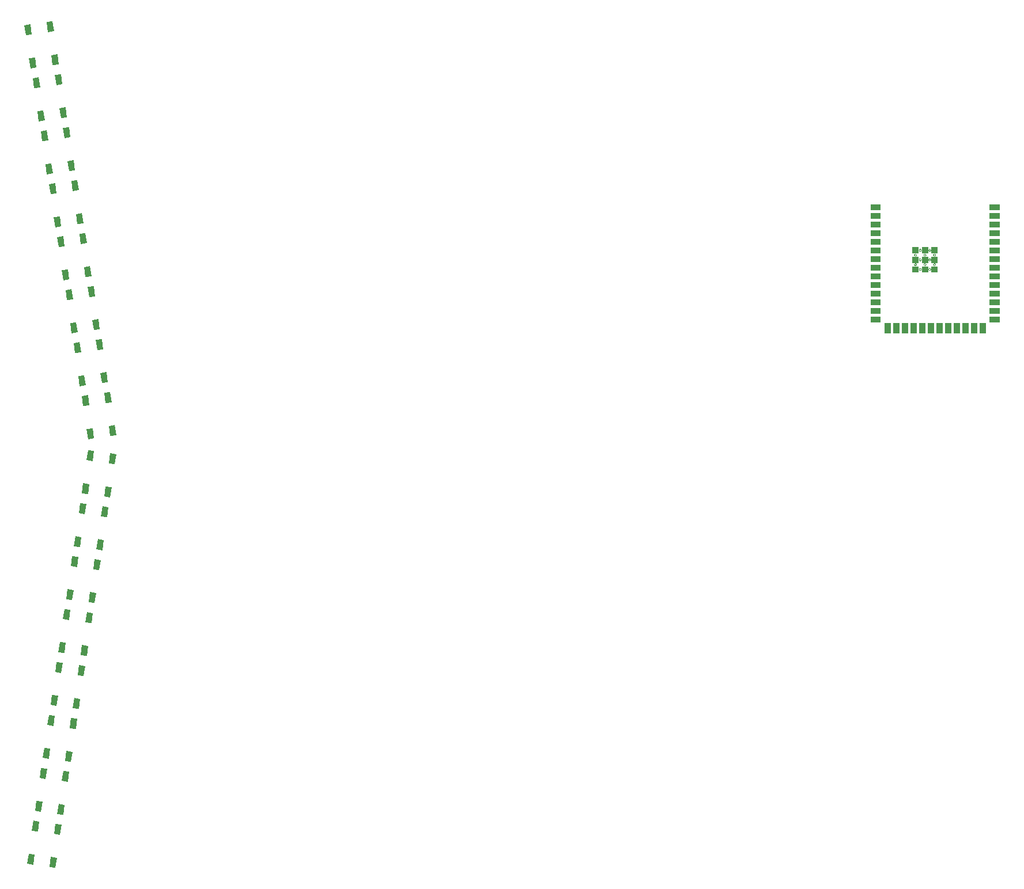
<source format=gbr>
%TF.GenerationSoftware,Flux,Pcbnew,7.0.11-7.0.11~ubuntu20.04.1*%
%TF.CreationDate,2024-08-17T04:37:03+00:00*%
%TF.ProjectId,input,696e7075-742e-46b6-9963-61645f706362,rev?*%
%TF.SameCoordinates,Original*%
%TF.FileFunction,Soldermask,Top*%
%TF.FilePolarity,Negative*%
%FSLAX46Y46*%
G04 Gerber Fmt 4.6, Leading zero omitted, Abs format (unit mm)*
G04 Filename: pcbrobot*
G04 Build it with Flux! Visit our site at: https://www.flux.ai (PCBNEW 7.0.11-7.0.11~ubuntu20.04.1) date 2024-08-17 04:37:03*
%MOMM*%
%LPD*%
G01*
G04 APERTURE LIST*
G04 APERTURE END LIST*
%TO.C,*%
G36*
X19013062Y-115389423D02*
G01*
X18804302Y-116874825D01*
X17913061Y-116749569D01*
X18121820Y-115264167D01*
X19013062Y-115389423D01*
G37*
G36*
X15745178Y-114930143D02*
G01*
X15536419Y-116415545D01*
X14645177Y-116290289D01*
X14853937Y-114804887D01*
X15745178Y-114930143D01*
G37*
G36*
X16427139Y-110077831D02*
G01*
X16218380Y-111563233D01*
X15327138Y-111437977D01*
X15535898Y-109952575D01*
X16427139Y-110077831D01*
G37*
G36*
X19695023Y-110537111D02*
G01*
X19486263Y-112022513D01*
X18595022Y-111897257D01*
X18803781Y-110411855D01*
X19695023Y-110537111D01*
G37*
G36*
X22450662Y-92033523D02*
G01*
X22241902Y-93518925D01*
X21350661Y-93393669D01*
X21559420Y-91908267D01*
X22450662Y-92033523D01*
G37*
G36*
X19182778Y-91574243D02*
G01*
X18974019Y-93059645D01*
X18082777Y-92934389D01*
X18291537Y-91448987D01*
X19182778Y-91574243D01*
G37*
G36*
X19864739Y-86721931D02*
G01*
X19655980Y-88207333D01*
X18764738Y-88082077D01*
X18973498Y-86596675D01*
X19864739Y-86721931D01*
G37*
G36*
X23132623Y-87181211D02*
G01*
X22923863Y-88666613D01*
X22032622Y-88541357D01*
X22241381Y-87055955D01*
X23132623Y-87181211D01*
G37*
G36*
X25424427Y-68828785D02*
G01*
X24533186Y-68954041D01*
X24324426Y-67468639D01*
X25215667Y-67343383D01*
X25424427Y-68828785D01*
G37*
G36*
X22156545Y-69288072D02*
G01*
X21265303Y-69413327D01*
X21056544Y-67927925D01*
X21947785Y-67802669D01*
X22156545Y-69288072D01*
G37*
G36*
X21474574Y-64435761D02*
G01*
X20583333Y-64561017D01*
X20374573Y-63075615D01*
X21265814Y-62950359D01*
X21474574Y-64435761D01*
G37*
G36*
X24742456Y-63976475D02*
G01*
X23851215Y-64101731D01*
X23642455Y-62616328D01*
X24533697Y-62491073D01*
X24742456Y-63976475D01*
G37*
G36*
X23596562Y-84248323D02*
G01*
X23387802Y-85733725D01*
X22496561Y-85608469D01*
X22705320Y-84123067D01*
X23596562Y-84248323D01*
G37*
G36*
X20328678Y-83789043D02*
G01*
X20119919Y-85274445D01*
X19228677Y-85149189D01*
X19437437Y-83663787D01*
X20328678Y-83789043D01*
G37*
G36*
X21010639Y-78936731D02*
G01*
X20801880Y-80422133D01*
X19910638Y-80296877D01*
X20119398Y-78811475D01*
X21010639Y-78936731D01*
G37*
G36*
X24278523Y-79396011D02*
G01*
X24069763Y-80881413D01*
X23178522Y-80756157D01*
X23387281Y-79270755D01*
X24278523Y-79396011D01*
G37*
G36*
X23013027Y-53247185D02*
G01*
X22121786Y-53372441D01*
X21913026Y-51887039D01*
X22804267Y-51761783D01*
X23013027Y-53247185D01*
G37*
G36*
X19745145Y-53706472D02*
G01*
X18853903Y-53831727D01*
X18645144Y-52346325D01*
X19536385Y-52221069D01*
X19745145Y-53706472D01*
G37*
G36*
X19063174Y-48854161D02*
G01*
X18171933Y-48979417D01*
X17963173Y-47494015D01*
X18854414Y-47368759D01*
X19063174Y-48854161D01*
G37*
G36*
X22331056Y-48394875D02*
G01*
X21439815Y-48520131D01*
X21231055Y-47034728D01*
X22122297Y-46909473D01*
X22331056Y-48394875D01*
G37*
G36*
X155258600Y-37043200D02*
G01*
X153758600Y-37043200D01*
X153758600Y-36143200D01*
X155258600Y-36143200D01*
X155258600Y-37043200D01*
G37*
G36*
X155258600Y-40853200D02*
G01*
X153758600Y-40853200D01*
X153758600Y-39953200D01*
X155258600Y-39953200D01*
X155258600Y-40853200D01*
G37*
G36*
X146108600Y-42093200D02*
G01*
X145208600Y-42093200D01*
X145208600Y-41193200D01*
X146108600Y-41193200D01*
X146108600Y-42093200D01*
G37*
G36*
X146108600Y-44893200D02*
G01*
X145208600Y-44893200D01*
X145208600Y-43993200D01*
X146108600Y-43993200D01*
X146108600Y-44893200D01*
G37*
G36*
X143033600Y-53833200D02*
G01*
X142133600Y-53833200D01*
X142133600Y-52333200D01*
X143033600Y-52333200D01*
X143033600Y-53833200D01*
G37*
G36*
X155258600Y-38313200D02*
G01*
X153758600Y-38313200D01*
X153758600Y-37413200D01*
X155258600Y-37413200D01*
X155258600Y-38313200D01*
G37*
G36*
X155258600Y-42123200D02*
G01*
X153758600Y-42123200D01*
X153758600Y-41223200D01*
X155258600Y-41223200D01*
X155258600Y-42123200D01*
G37*
G36*
X155258600Y-49743200D02*
G01*
X153758600Y-49743200D01*
X153758600Y-48843200D01*
X155258600Y-48843200D01*
X155258600Y-49743200D01*
G37*
G36*
X145573600Y-53833200D02*
G01*
X144673600Y-53833200D01*
X144673600Y-52333200D01*
X145573600Y-52333200D01*
X145573600Y-53833200D01*
G37*
G36*
X143308600Y-44893200D02*
G01*
X142408600Y-44893200D01*
X142408600Y-43993200D01*
X143308600Y-43993200D01*
X143308600Y-44893200D01*
G37*
G36*
X137758600Y-43393200D02*
G01*
X136258600Y-43393200D01*
X136258600Y-42493200D01*
X137758600Y-42493200D01*
X137758600Y-43393200D01*
G37*
G36*
X141763600Y-53833200D02*
G01*
X140863600Y-53833200D01*
X140863600Y-52333200D01*
X141763600Y-52333200D01*
X141763600Y-53833200D01*
G37*
G36*
X137758600Y-51013200D02*
G01*
X136258600Y-51013200D01*
X136258600Y-50113200D01*
X137758600Y-50113200D01*
X137758600Y-51013200D01*
G37*
G36*
X155258600Y-51013200D02*
G01*
X153758600Y-51013200D01*
X153758600Y-50113200D01*
X155258600Y-50113200D01*
X155258600Y-51013200D01*
G37*
G36*
X155258600Y-48473200D02*
G01*
X153758600Y-48473200D01*
X153758600Y-47573200D01*
X155258600Y-47573200D01*
X155258600Y-48473200D01*
G37*
G36*
X137758600Y-37043200D02*
G01*
X136258600Y-37043200D01*
X136258600Y-36143200D01*
X137758600Y-36143200D01*
X137758600Y-37043200D01*
G37*
G36*
X155258600Y-44663200D02*
G01*
X153758600Y-44663200D01*
X153758600Y-43763200D01*
X155258600Y-43763200D01*
X155258600Y-44663200D01*
G37*
G36*
X151923600Y-53833200D02*
G01*
X151023600Y-53833200D01*
X151023600Y-52333200D01*
X151923600Y-52333200D01*
X151923600Y-53833200D01*
G37*
G36*
X155258600Y-39583200D02*
G01*
X153758600Y-39583200D01*
X153758600Y-38683200D01*
X155258600Y-38683200D01*
X155258600Y-39583200D01*
G37*
G36*
X137758600Y-47203200D02*
G01*
X136258600Y-47203200D01*
X136258600Y-46303200D01*
X137758600Y-46303200D01*
X137758600Y-47203200D01*
G37*
G36*
X155258600Y-52283200D02*
G01*
X153758600Y-52283200D01*
X153758600Y-51383200D01*
X155258600Y-51383200D01*
X155258600Y-52283200D01*
G37*
G36*
X137758600Y-52283200D02*
G01*
X136258600Y-52283200D01*
X136258600Y-51383200D01*
X137758600Y-51383200D01*
X137758600Y-52283200D01*
G37*
G36*
X140493600Y-53833200D02*
G01*
X139593600Y-53833200D01*
X139593600Y-52333200D01*
X140493600Y-52333200D01*
X140493600Y-53833200D01*
G37*
G36*
X150653600Y-53833200D02*
G01*
X149753600Y-53833200D01*
X149753600Y-52333200D01*
X150653600Y-52333200D01*
X150653600Y-53833200D01*
G37*
G36*
X143308600Y-43493200D02*
G01*
X142408600Y-43493200D01*
X142408600Y-42593200D01*
X143308600Y-42593200D01*
X143308600Y-43493200D01*
G37*
G36*
X137758600Y-39583200D02*
G01*
X136258600Y-39583200D01*
X136258600Y-38683200D01*
X137758600Y-38683200D01*
X137758600Y-39583200D01*
G37*
G36*
X144303600Y-53833200D02*
G01*
X143403600Y-53833200D01*
X143403600Y-52333200D01*
X144303600Y-52333200D01*
X144303600Y-53833200D01*
G37*
G36*
X137758600Y-38313200D02*
G01*
X136258600Y-38313200D01*
X136258600Y-37413200D01*
X137758600Y-37413200D01*
X137758600Y-38313200D01*
G37*
G36*
X153193600Y-53833200D02*
G01*
X152293600Y-53833200D01*
X152293600Y-52333200D01*
X153193600Y-52333200D01*
X153193600Y-53833200D01*
G37*
G36*
X137758600Y-44663200D02*
G01*
X136258600Y-44663200D01*
X136258600Y-43763200D01*
X137758600Y-43763200D01*
X137758600Y-44663200D01*
G37*
G36*
X137758600Y-45933200D02*
G01*
X136258600Y-45933200D01*
X136258600Y-45033200D01*
X137758600Y-45033200D01*
X137758600Y-45933200D01*
G37*
G36*
X155258600Y-43393200D02*
G01*
X153758600Y-43393200D01*
X153758600Y-42493200D01*
X155258600Y-42493200D01*
X155258600Y-43393200D01*
G37*
G36*
X146108600Y-43493200D02*
G01*
X145208600Y-43493200D01*
X145208600Y-42593200D01*
X146108600Y-42593200D01*
X146108600Y-43493200D01*
G37*
G36*
X137758600Y-48473200D02*
G01*
X136258600Y-48473200D01*
X136258600Y-47573200D01*
X137758600Y-47573200D01*
X137758600Y-48473200D01*
G37*
G36*
X155258600Y-45933200D02*
G01*
X153758600Y-45933200D01*
X153758600Y-45033200D01*
X155258600Y-45033200D01*
X155258600Y-45933200D01*
G37*
G36*
X137758600Y-49743200D02*
G01*
X136258600Y-49743200D01*
X136258600Y-48843200D01*
X137758600Y-48843200D01*
X137758600Y-49743200D01*
G37*
G36*
X137758600Y-42123200D02*
G01*
X136258600Y-42123200D01*
X136258600Y-41223200D01*
X137758600Y-41223200D01*
X137758600Y-42123200D01*
G37*
G36*
X146843600Y-53833200D02*
G01*
X145943600Y-53833200D01*
X145943600Y-52333200D01*
X146843600Y-52333200D01*
X146843600Y-53833200D01*
G37*
G36*
X144708600Y-44893200D02*
G01*
X143808600Y-44893200D01*
X143808600Y-43993200D01*
X144708600Y-43993200D01*
X144708600Y-44893200D01*
G37*
G36*
X155258600Y-35773200D02*
G01*
X153758600Y-35773200D01*
X153758600Y-34873200D01*
X155258600Y-34873200D01*
X155258600Y-35773200D01*
G37*
G36*
X144708600Y-43493200D02*
G01*
X143808600Y-43493200D01*
X143808600Y-42593200D01*
X144708600Y-42593200D01*
X144708600Y-43493200D01*
G37*
G36*
X148113600Y-53833200D02*
G01*
X147213600Y-53833200D01*
X147213600Y-52333200D01*
X148113600Y-52333200D01*
X148113600Y-53833200D01*
G37*
G36*
X137758600Y-40853200D02*
G01*
X136258600Y-40853200D01*
X136258600Y-39953200D01*
X137758600Y-39953200D01*
X137758600Y-40853200D01*
G37*
G36*
X137758600Y-35773200D02*
G01*
X136258600Y-35773200D01*
X136258600Y-34873200D01*
X137758600Y-34873200D01*
X137758600Y-35773200D01*
G37*
G36*
X149383600Y-53833200D02*
G01*
X148483600Y-53833200D01*
X148483600Y-52333200D01*
X149383600Y-52333200D01*
X149383600Y-53833200D01*
G37*
G36*
X144708600Y-42093200D02*
G01*
X143808600Y-42093200D01*
X143808600Y-41193200D01*
X144708600Y-41193200D01*
X144708600Y-42093200D01*
G37*
G36*
X139223600Y-53833200D02*
G01*
X138323600Y-53833200D01*
X138323600Y-52333200D01*
X139223600Y-52333200D01*
X139223600Y-53833200D01*
G37*
G36*
X143308600Y-42093200D02*
G01*
X142408600Y-42093200D01*
X142408600Y-41193200D01*
X143308600Y-41193200D01*
X143308600Y-42093200D01*
G37*
G36*
X155258600Y-47203200D02*
G01*
X153758600Y-47203200D01*
X153758600Y-46303200D01*
X155258600Y-46303200D01*
X155258600Y-47203200D01*
G37*
G36*
X144973313Y-44243742D02*
G01*
X144983082Y-44244704D01*
X144992792Y-44246144D01*
X145002420Y-44248060D01*
X145011943Y-44250445D01*
X145021336Y-44253294D01*
X145030579Y-44256601D01*
X145039648Y-44260358D01*
X145048522Y-44264555D01*
X145057180Y-44269183D01*
X145065600Y-44274229D01*
X145073762Y-44279683D01*
X145081646Y-44285531D01*
X145089235Y-44291758D01*
X145096508Y-44298351D01*
X145103449Y-44305292D01*
X145110042Y-44312565D01*
X145116269Y-44320154D01*
X145122117Y-44328038D01*
X145127571Y-44336200D01*
X145132617Y-44344620D01*
X145137245Y-44353278D01*
X145141442Y-44362152D01*
X145145199Y-44371221D01*
X145148506Y-44380464D01*
X145151355Y-44389857D01*
X145153740Y-44399380D01*
X145155656Y-44409008D01*
X145157096Y-44418718D01*
X145158058Y-44428487D01*
X145158540Y-44438292D01*
X145158540Y-44448108D01*
X145158058Y-44457913D01*
X145157096Y-44467682D01*
X145155656Y-44477392D01*
X145153740Y-44487020D01*
X145151355Y-44496543D01*
X145148506Y-44505936D01*
X145145199Y-44515179D01*
X145141442Y-44524248D01*
X145137245Y-44533122D01*
X145132617Y-44541780D01*
X145127571Y-44550200D01*
X145122117Y-44558362D01*
X145116269Y-44566246D01*
X145110042Y-44573835D01*
X145103449Y-44581108D01*
X145096508Y-44588049D01*
X145089235Y-44594642D01*
X145081646Y-44600869D01*
X145073762Y-44606717D01*
X145065600Y-44612171D01*
X145057180Y-44617217D01*
X145048522Y-44621845D01*
X145039648Y-44626042D01*
X145030579Y-44629799D01*
X145021336Y-44633106D01*
X145011943Y-44635955D01*
X145002420Y-44638340D01*
X144992792Y-44640256D01*
X144983082Y-44641696D01*
X144973313Y-44642658D01*
X144963508Y-44643140D01*
X144953692Y-44643140D01*
X144943887Y-44642658D01*
X144934118Y-44641696D01*
X144924408Y-44640256D01*
X144914780Y-44638340D01*
X144905257Y-44635955D01*
X144895864Y-44633106D01*
X144886621Y-44629799D01*
X144877552Y-44626042D01*
X144868678Y-44621845D01*
X144860020Y-44617217D01*
X144851600Y-44612171D01*
X144843438Y-44606717D01*
X144835554Y-44600869D01*
X144827965Y-44594642D01*
X144820692Y-44588049D01*
X144813751Y-44581108D01*
X144807158Y-44573835D01*
X144800931Y-44566246D01*
X144795083Y-44558362D01*
X144789629Y-44550200D01*
X144784583Y-44541780D01*
X144779955Y-44533122D01*
X144775758Y-44524248D01*
X144772001Y-44515179D01*
X144768694Y-44505936D01*
X144765845Y-44496543D01*
X144763460Y-44487020D01*
X144761544Y-44477392D01*
X144760104Y-44467682D01*
X144759142Y-44457913D01*
X144758660Y-44448108D01*
X144758660Y-44445654D01*
X144858630Y-44445654D01*
X144858871Y-44450556D01*
X144859352Y-44455441D01*
X144860072Y-44460296D01*
X144861030Y-44465110D01*
X144862222Y-44469871D01*
X144863647Y-44474568D01*
X144865301Y-44479190D01*
X144867179Y-44483724D01*
X144869278Y-44488161D01*
X144871591Y-44492490D01*
X144874115Y-44496700D01*
X144876842Y-44500781D01*
X144879765Y-44504723D01*
X144882879Y-44508517D01*
X144886175Y-44512154D01*
X144889646Y-44515625D01*
X144893283Y-44518921D01*
X144897077Y-44522035D01*
X144901019Y-44524958D01*
X144905100Y-44527685D01*
X144909310Y-44530209D01*
X144913639Y-44532522D01*
X144918076Y-44534621D01*
X144922610Y-44536499D01*
X144927232Y-44538153D01*
X144931929Y-44539578D01*
X144936690Y-44540770D01*
X144941504Y-44541728D01*
X144946359Y-44542448D01*
X144951244Y-44542929D01*
X144956146Y-44543170D01*
X144961054Y-44543170D01*
X144965956Y-44542929D01*
X144970841Y-44542448D01*
X144975696Y-44541728D01*
X144980510Y-44540770D01*
X144985271Y-44539578D01*
X144989968Y-44538153D01*
X144994590Y-44536499D01*
X144999124Y-44534621D01*
X145003561Y-44532522D01*
X145007890Y-44530209D01*
X145012100Y-44527685D01*
X145016181Y-44524958D01*
X145020123Y-44522035D01*
X145023917Y-44518921D01*
X145027554Y-44515625D01*
X145031025Y-44512154D01*
X145034321Y-44508517D01*
X145037435Y-44504723D01*
X145040358Y-44500781D01*
X145043085Y-44496700D01*
X145045609Y-44492490D01*
X145047922Y-44488161D01*
X145050021Y-44483724D01*
X145051899Y-44479190D01*
X145053553Y-44474568D01*
X145054978Y-44469871D01*
X145056170Y-44465110D01*
X145057128Y-44460296D01*
X145057848Y-44455441D01*
X145058329Y-44450556D01*
X145058570Y-44445654D01*
X145058570Y-44440746D01*
X145058329Y-44435844D01*
X145057848Y-44430959D01*
X145057128Y-44426104D01*
X145056170Y-44421290D01*
X145054978Y-44416529D01*
X145053553Y-44411832D01*
X145051899Y-44407210D01*
X145050021Y-44402676D01*
X145047922Y-44398239D01*
X145045609Y-44393910D01*
X145043085Y-44389700D01*
X145040358Y-44385619D01*
X145037435Y-44381677D01*
X145034321Y-44377883D01*
X145031025Y-44374246D01*
X145027554Y-44370775D01*
X145023917Y-44367479D01*
X145020123Y-44364365D01*
X145016181Y-44361442D01*
X145012100Y-44358715D01*
X145007890Y-44356191D01*
X145003561Y-44353878D01*
X144999124Y-44351779D01*
X144994590Y-44349901D01*
X144989968Y-44348247D01*
X144985271Y-44346822D01*
X144980510Y-44345630D01*
X144975696Y-44344672D01*
X144970841Y-44343952D01*
X144965956Y-44343471D01*
X144961054Y-44343230D01*
X144956146Y-44343230D01*
X144951244Y-44343471D01*
X144946359Y-44343952D01*
X144941504Y-44344672D01*
X144936690Y-44345630D01*
X144931929Y-44346822D01*
X144927232Y-44348247D01*
X144922610Y-44349901D01*
X144918076Y-44351779D01*
X144913639Y-44353878D01*
X144909310Y-44356191D01*
X144905100Y-44358715D01*
X144901019Y-44361442D01*
X144897077Y-44364365D01*
X144893283Y-44367479D01*
X144889646Y-44370775D01*
X144886175Y-44374246D01*
X144882879Y-44377883D01*
X144879765Y-44381677D01*
X144876842Y-44385619D01*
X144874115Y-44389700D01*
X144871591Y-44393910D01*
X144869278Y-44398239D01*
X144867179Y-44402676D01*
X144865301Y-44407210D01*
X144863647Y-44411832D01*
X144862222Y-44416529D01*
X144861030Y-44421290D01*
X144860072Y-44426104D01*
X144859352Y-44430959D01*
X144858871Y-44435844D01*
X144858630Y-44440746D01*
X144858630Y-44445654D01*
X144758660Y-44445654D01*
X144758660Y-44438292D01*
X144759142Y-44428487D01*
X144760104Y-44418718D01*
X144761544Y-44409008D01*
X144763460Y-44399380D01*
X144765845Y-44389857D01*
X144768694Y-44380464D01*
X144772001Y-44371221D01*
X144775758Y-44362152D01*
X144779955Y-44353278D01*
X144784583Y-44344620D01*
X144789629Y-44336200D01*
X144795083Y-44328038D01*
X144800931Y-44320154D01*
X144807158Y-44312565D01*
X144813751Y-44305292D01*
X144820692Y-44298351D01*
X144827965Y-44291758D01*
X144835554Y-44285531D01*
X144843438Y-44279683D01*
X144851600Y-44274229D01*
X144860020Y-44269183D01*
X144868678Y-44264555D01*
X144877552Y-44260358D01*
X144886621Y-44256601D01*
X144895864Y-44253294D01*
X144905257Y-44250445D01*
X144914780Y-44248060D01*
X144924408Y-44246144D01*
X144934118Y-44244704D01*
X144943887Y-44243742D01*
X144953692Y-44243260D01*
X144963508Y-44243260D01*
X144973313Y-44243742D01*
G37*
G36*
X143573313Y-44243742D02*
G01*
X143583082Y-44244704D01*
X143592792Y-44246144D01*
X143602420Y-44248060D01*
X143611943Y-44250445D01*
X143621336Y-44253294D01*
X143630579Y-44256601D01*
X143639648Y-44260358D01*
X143648522Y-44264555D01*
X143657180Y-44269183D01*
X143665600Y-44274229D01*
X143673762Y-44279683D01*
X143681646Y-44285531D01*
X143689235Y-44291758D01*
X143696508Y-44298351D01*
X143703449Y-44305292D01*
X143710042Y-44312565D01*
X143716269Y-44320154D01*
X143722117Y-44328038D01*
X143727571Y-44336200D01*
X143732617Y-44344620D01*
X143737245Y-44353278D01*
X143741442Y-44362152D01*
X143745199Y-44371221D01*
X143748506Y-44380464D01*
X143751355Y-44389857D01*
X143753740Y-44399380D01*
X143755656Y-44409008D01*
X143757096Y-44418718D01*
X143758058Y-44428487D01*
X143758540Y-44438292D01*
X143758540Y-44448108D01*
X143758058Y-44457913D01*
X143757096Y-44467682D01*
X143755656Y-44477392D01*
X143753740Y-44487020D01*
X143751355Y-44496543D01*
X143748506Y-44505936D01*
X143745199Y-44515179D01*
X143741442Y-44524248D01*
X143737245Y-44533122D01*
X143732617Y-44541780D01*
X143727571Y-44550200D01*
X143722117Y-44558362D01*
X143716269Y-44566246D01*
X143710042Y-44573835D01*
X143703449Y-44581108D01*
X143696508Y-44588049D01*
X143689235Y-44594642D01*
X143681646Y-44600869D01*
X143673762Y-44606717D01*
X143665600Y-44612171D01*
X143657180Y-44617217D01*
X143648522Y-44621845D01*
X143639648Y-44626042D01*
X143630579Y-44629799D01*
X143621336Y-44633106D01*
X143611943Y-44635955D01*
X143602420Y-44638340D01*
X143592792Y-44640256D01*
X143583082Y-44641696D01*
X143573313Y-44642658D01*
X143563508Y-44643140D01*
X143553692Y-44643140D01*
X143543887Y-44642658D01*
X143534118Y-44641696D01*
X143524408Y-44640256D01*
X143514780Y-44638340D01*
X143505257Y-44635955D01*
X143495864Y-44633106D01*
X143486621Y-44629799D01*
X143477552Y-44626042D01*
X143468678Y-44621845D01*
X143460020Y-44617217D01*
X143451600Y-44612171D01*
X143443438Y-44606717D01*
X143435554Y-44600869D01*
X143427965Y-44594642D01*
X143420692Y-44588049D01*
X143413751Y-44581108D01*
X143407158Y-44573835D01*
X143400931Y-44566246D01*
X143395083Y-44558362D01*
X143389629Y-44550200D01*
X143384583Y-44541780D01*
X143379955Y-44533122D01*
X143375758Y-44524248D01*
X143372001Y-44515179D01*
X143368694Y-44505936D01*
X143365845Y-44496543D01*
X143363460Y-44487020D01*
X143361544Y-44477392D01*
X143360104Y-44467682D01*
X143359142Y-44457913D01*
X143358660Y-44448108D01*
X143358660Y-44445654D01*
X143458630Y-44445654D01*
X143458871Y-44450556D01*
X143459352Y-44455441D01*
X143460072Y-44460296D01*
X143461030Y-44465110D01*
X143462222Y-44469871D01*
X143463647Y-44474568D01*
X143465301Y-44479190D01*
X143467179Y-44483724D01*
X143469278Y-44488161D01*
X143471591Y-44492490D01*
X143474115Y-44496700D01*
X143476842Y-44500781D01*
X143479765Y-44504723D01*
X143482879Y-44508517D01*
X143486175Y-44512154D01*
X143489646Y-44515625D01*
X143493283Y-44518921D01*
X143497077Y-44522035D01*
X143501019Y-44524958D01*
X143505100Y-44527685D01*
X143509310Y-44530209D01*
X143513639Y-44532522D01*
X143518076Y-44534621D01*
X143522610Y-44536499D01*
X143527232Y-44538153D01*
X143531929Y-44539578D01*
X143536690Y-44540770D01*
X143541504Y-44541728D01*
X143546359Y-44542448D01*
X143551244Y-44542929D01*
X143556146Y-44543170D01*
X143561054Y-44543170D01*
X143565956Y-44542929D01*
X143570841Y-44542448D01*
X143575696Y-44541728D01*
X143580510Y-44540770D01*
X143585271Y-44539578D01*
X143589968Y-44538153D01*
X143594590Y-44536499D01*
X143599124Y-44534621D01*
X143603561Y-44532522D01*
X143607890Y-44530209D01*
X143612100Y-44527685D01*
X143616181Y-44524958D01*
X143620123Y-44522035D01*
X143623917Y-44518921D01*
X143627554Y-44515625D01*
X143631025Y-44512154D01*
X143634321Y-44508517D01*
X143637435Y-44504723D01*
X143640358Y-44500781D01*
X143643085Y-44496700D01*
X143645609Y-44492490D01*
X143647922Y-44488161D01*
X143650021Y-44483724D01*
X143651899Y-44479190D01*
X143653553Y-44474568D01*
X143654978Y-44469871D01*
X143656170Y-44465110D01*
X143657128Y-44460296D01*
X143657848Y-44455441D01*
X143658329Y-44450556D01*
X143658570Y-44445654D01*
X143658570Y-44440746D01*
X143658329Y-44435844D01*
X143657848Y-44430959D01*
X143657128Y-44426104D01*
X143656170Y-44421290D01*
X143654978Y-44416529D01*
X143653553Y-44411832D01*
X143651899Y-44407210D01*
X143650021Y-44402676D01*
X143647922Y-44398239D01*
X143645609Y-44393910D01*
X143643085Y-44389700D01*
X143640358Y-44385619D01*
X143637435Y-44381677D01*
X143634321Y-44377883D01*
X143631025Y-44374246D01*
X143627554Y-44370775D01*
X143623917Y-44367479D01*
X143620123Y-44364365D01*
X143616181Y-44361442D01*
X143612100Y-44358715D01*
X143607890Y-44356191D01*
X143603561Y-44353878D01*
X143599124Y-44351779D01*
X143594590Y-44349901D01*
X143589968Y-44348247D01*
X143585271Y-44346822D01*
X143580510Y-44345630D01*
X143575696Y-44344672D01*
X143570841Y-44343952D01*
X143565956Y-44343471D01*
X143561054Y-44343230D01*
X143556146Y-44343230D01*
X143551244Y-44343471D01*
X143546359Y-44343952D01*
X143541504Y-44344672D01*
X143536690Y-44345630D01*
X143531929Y-44346822D01*
X143527232Y-44348247D01*
X143522610Y-44349901D01*
X143518076Y-44351779D01*
X143513639Y-44353878D01*
X143509310Y-44356191D01*
X143505100Y-44358715D01*
X143501019Y-44361442D01*
X143497077Y-44364365D01*
X143493283Y-44367479D01*
X143489646Y-44370775D01*
X143486175Y-44374246D01*
X143482879Y-44377883D01*
X143479765Y-44381677D01*
X143476842Y-44385619D01*
X143474115Y-44389700D01*
X143471591Y-44393910D01*
X143469278Y-44398239D01*
X143467179Y-44402676D01*
X143465301Y-44407210D01*
X143463647Y-44411832D01*
X143462222Y-44416529D01*
X143461030Y-44421290D01*
X143460072Y-44426104D01*
X143459352Y-44430959D01*
X143458871Y-44435844D01*
X143458630Y-44440746D01*
X143458630Y-44445654D01*
X143358660Y-44445654D01*
X143358660Y-44438292D01*
X143359142Y-44428487D01*
X143360104Y-44418718D01*
X143361544Y-44409008D01*
X143363460Y-44399380D01*
X143365845Y-44389857D01*
X143368694Y-44380464D01*
X143372001Y-44371221D01*
X143375758Y-44362152D01*
X143379955Y-44353278D01*
X143384583Y-44344620D01*
X143389629Y-44336200D01*
X143395083Y-44328038D01*
X143400931Y-44320154D01*
X143407158Y-44312565D01*
X143413751Y-44305292D01*
X143420692Y-44298351D01*
X143427965Y-44291758D01*
X143435554Y-44285531D01*
X143443438Y-44279683D01*
X143451600Y-44274229D01*
X143460020Y-44269183D01*
X143468678Y-44264555D01*
X143477552Y-44260358D01*
X143486621Y-44256601D01*
X143495864Y-44253294D01*
X143505257Y-44250445D01*
X143514780Y-44248060D01*
X143524408Y-44246144D01*
X143534118Y-44244704D01*
X143543887Y-44243742D01*
X143553692Y-44243260D01*
X143563508Y-44243260D01*
X143573313Y-44243742D01*
G37*
G36*
X144973313Y-42843742D02*
G01*
X144983082Y-42844704D01*
X144992792Y-42846144D01*
X145002420Y-42848060D01*
X145011943Y-42850445D01*
X145021336Y-42853294D01*
X145030579Y-42856601D01*
X145039648Y-42860358D01*
X145048522Y-42864555D01*
X145057180Y-42869183D01*
X145065600Y-42874229D01*
X145073762Y-42879683D01*
X145081646Y-42885531D01*
X145089235Y-42891758D01*
X145096508Y-42898351D01*
X145103449Y-42905292D01*
X145110042Y-42912565D01*
X145116269Y-42920154D01*
X145122117Y-42928038D01*
X145127571Y-42936200D01*
X145132617Y-42944620D01*
X145137245Y-42953278D01*
X145141442Y-42962152D01*
X145145199Y-42971221D01*
X145148506Y-42980464D01*
X145151355Y-42989857D01*
X145153740Y-42999380D01*
X145155656Y-43009008D01*
X145157096Y-43018718D01*
X145158058Y-43028487D01*
X145158540Y-43038292D01*
X145158540Y-43048108D01*
X145158058Y-43057913D01*
X145157096Y-43067682D01*
X145155656Y-43077392D01*
X145153740Y-43087020D01*
X145151355Y-43096543D01*
X145148506Y-43105936D01*
X145145199Y-43115179D01*
X145141442Y-43124248D01*
X145137245Y-43133122D01*
X145132617Y-43141780D01*
X145127571Y-43150200D01*
X145122117Y-43158362D01*
X145116269Y-43166246D01*
X145110042Y-43173835D01*
X145103449Y-43181108D01*
X145096508Y-43188049D01*
X145089235Y-43194642D01*
X145081646Y-43200869D01*
X145073762Y-43206717D01*
X145065600Y-43212171D01*
X145057180Y-43217217D01*
X145048522Y-43221845D01*
X145039648Y-43226042D01*
X145030579Y-43229799D01*
X145021336Y-43233106D01*
X145011943Y-43235955D01*
X145002420Y-43238340D01*
X144992792Y-43240256D01*
X144983082Y-43241696D01*
X144973313Y-43242658D01*
X144963508Y-43243140D01*
X144953692Y-43243140D01*
X144943887Y-43242658D01*
X144934118Y-43241696D01*
X144924408Y-43240256D01*
X144914780Y-43238340D01*
X144905257Y-43235955D01*
X144895864Y-43233106D01*
X144886621Y-43229799D01*
X144877552Y-43226042D01*
X144868678Y-43221845D01*
X144860020Y-43217217D01*
X144851600Y-43212171D01*
X144843438Y-43206717D01*
X144835554Y-43200869D01*
X144827965Y-43194642D01*
X144820692Y-43188049D01*
X144813751Y-43181108D01*
X144807158Y-43173835D01*
X144800931Y-43166246D01*
X144795083Y-43158362D01*
X144789629Y-43150200D01*
X144784583Y-43141780D01*
X144779955Y-43133122D01*
X144775758Y-43124248D01*
X144772001Y-43115179D01*
X144768694Y-43105936D01*
X144765845Y-43096543D01*
X144763460Y-43087020D01*
X144761544Y-43077392D01*
X144760104Y-43067682D01*
X144759142Y-43057913D01*
X144758660Y-43048108D01*
X144758660Y-43045654D01*
X144858630Y-43045654D01*
X144858871Y-43050556D01*
X144859352Y-43055441D01*
X144860072Y-43060296D01*
X144861030Y-43065110D01*
X144862222Y-43069871D01*
X144863647Y-43074568D01*
X144865301Y-43079190D01*
X144867179Y-43083724D01*
X144869278Y-43088161D01*
X144871591Y-43092490D01*
X144874115Y-43096700D01*
X144876842Y-43100781D01*
X144879765Y-43104723D01*
X144882879Y-43108517D01*
X144886175Y-43112154D01*
X144889646Y-43115625D01*
X144893283Y-43118921D01*
X144897077Y-43122035D01*
X144901019Y-43124958D01*
X144905100Y-43127685D01*
X144909310Y-43130209D01*
X144913639Y-43132522D01*
X144918076Y-43134621D01*
X144922610Y-43136499D01*
X144927232Y-43138153D01*
X144931929Y-43139578D01*
X144936690Y-43140770D01*
X144941504Y-43141728D01*
X144946359Y-43142448D01*
X144951244Y-43142929D01*
X144956146Y-43143170D01*
X144961054Y-43143170D01*
X144965956Y-43142929D01*
X144970841Y-43142448D01*
X144975696Y-43141728D01*
X144980510Y-43140770D01*
X144985271Y-43139578D01*
X144989968Y-43138153D01*
X144994590Y-43136499D01*
X144999124Y-43134621D01*
X145003561Y-43132522D01*
X145007890Y-43130209D01*
X145012100Y-43127685D01*
X145016181Y-43124958D01*
X145020123Y-43122035D01*
X145023917Y-43118921D01*
X145027554Y-43115625D01*
X145031025Y-43112154D01*
X145034321Y-43108517D01*
X145037435Y-43104723D01*
X145040358Y-43100781D01*
X145043085Y-43096700D01*
X145045609Y-43092490D01*
X145047922Y-43088161D01*
X145050021Y-43083724D01*
X145051899Y-43079190D01*
X145053553Y-43074568D01*
X145054978Y-43069871D01*
X145056170Y-43065110D01*
X145057128Y-43060296D01*
X145057848Y-43055441D01*
X145058329Y-43050556D01*
X145058570Y-43045654D01*
X145058570Y-43040746D01*
X145058329Y-43035844D01*
X145057848Y-43030959D01*
X145057128Y-43026104D01*
X145056170Y-43021290D01*
X145054978Y-43016529D01*
X145053553Y-43011832D01*
X145051899Y-43007210D01*
X145050021Y-43002676D01*
X145047922Y-42998239D01*
X145045609Y-42993910D01*
X145043085Y-42989700D01*
X145040358Y-42985619D01*
X145037435Y-42981677D01*
X145034321Y-42977883D01*
X145031025Y-42974246D01*
X145027554Y-42970775D01*
X145023917Y-42967479D01*
X145020123Y-42964365D01*
X145016181Y-42961442D01*
X145012100Y-42958715D01*
X145007890Y-42956191D01*
X145003561Y-42953878D01*
X144999124Y-42951779D01*
X144994590Y-42949901D01*
X144989968Y-42948247D01*
X144985271Y-42946822D01*
X144980510Y-42945630D01*
X144975696Y-42944672D01*
X144970841Y-42943952D01*
X144965956Y-42943471D01*
X144961054Y-42943230D01*
X144956146Y-42943230D01*
X144951244Y-42943471D01*
X144946359Y-42943952D01*
X144941504Y-42944672D01*
X144936690Y-42945630D01*
X144931929Y-42946822D01*
X144927232Y-42948247D01*
X144922610Y-42949901D01*
X144918076Y-42951779D01*
X144913639Y-42953878D01*
X144909310Y-42956191D01*
X144905100Y-42958715D01*
X144901019Y-42961442D01*
X144897077Y-42964365D01*
X144893283Y-42967479D01*
X144889646Y-42970775D01*
X144886175Y-42974246D01*
X144882879Y-42977883D01*
X144879765Y-42981677D01*
X144876842Y-42985619D01*
X144874115Y-42989700D01*
X144871591Y-42993910D01*
X144869278Y-42998239D01*
X144867179Y-43002676D01*
X144865301Y-43007210D01*
X144863647Y-43011832D01*
X144862222Y-43016529D01*
X144861030Y-43021290D01*
X144860072Y-43026104D01*
X144859352Y-43030959D01*
X144858871Y-43035844D01*
X144858630Y-43040746D01*
X144858630Y-43045654D01*
X144758660Y-43045654D01*
X144758660Y-43038292D01*
X144759142Y-43028487D01*
X144760104Y-43018718D01*
X144761544Y-43009008D01*
X144763460Y-42999380D01*
X144765845Y-42989857D01*
X144768694Y-42980464D01*
X144772001Y-42971221D01*
X144775758Y-42962152D01*
X144779955Y-42953278D01*
X144784583Y-42944620D01*
X144789629Y-42936200D01*
X144795083Y-42928038D01*
X144800931Y-42920154D01*
X144807158Y-42912565D01*
X144813751Y-42905292D01*
X144820692Y-42898351D01*
X144827965Y-42891758D01*
X144835554Y-42885531D01*
X144843438Y-42879683D01*
X144851600Y-42874229D01*
X144860020Y-42869183D01*
X144868678Y-42864555D01*
X144877552Y-42860358D01*
X144886621Y-42856601D01*
X144895864Y-42853294D01*
X144905257Y-42850445D01*
X144914780Y-42848060D01*
X144924408Y-42846144D01*
X144934118Y-42844704D01*
X144943887Y-42843742D01*
X144953692Y-42843260D01*
X144963508Y-42843260D01*
X144973313Y-42843742D01*
G37*
G36*
X143573313Y-42843742D02*
G01*
X143583082Y-42844704D01*
X143592792Y-42846144D01*
X143602420Y-42848060D01*
X143611943Y-42850445D01*
X143621336Y-42853294D01*
X143630579Y-42856601D01*
X143639648Y-42860358D01*
X143648522Y-42864555D01*
X143657180Y-42869183D01*
X143665600Y-42874229D01*
X143673762Y-42879683D01*
X143681646Y-42885531D01*
X143689235Y-42891758D01*
X143696508Y-42898351D01*
X143703449Y-42905292D01*
X143710042Y-42912565D01*
X143716269Y-42920154D01*
X143722117Y-42928038D01*
X143727571Y-42936200D01*
X143732617Y-42944620D01*
X143737245Y-42953278D01*
X143741442Y-42962152D01*
X143745199Y-42971221D01*
X143748506Y-42980464D01*
X143751355Y-42989857D01*
X143753740Y-42999380D01*
X143755656Y-43009008D01*
X143757096Y-43018718D01*
X143758058Y-43028487D01*
X143758540Y-43038292D01*
X143758540Y-43048108D01*
X143758058Y-43057913D01*
X143757096Y-43067682D01*
X143755656Y-43077392D01*
X143753740Y-43087020D01*
X143751355Y-43096543D01*
X143748506Y-43105936D01*
X143745199Y-43115179D01*
X143741442Y-43124248D01*
X143737245Y-43133122D01*
X143732617Y-43141780D01*
X143727571Y-43150200D01*
X143722117Y-43158362D01*
X143716269Y-43166246D01*
X143710042Y-43173835D01*
X143703449Y-43181108D01*
X143696508Y-43188049D01*
X143689235Y-43194642D01*
X143681646Y-43200869D01*
X143673762Y-43206717D01*
X143665600Y-43212171D01*
X143657180Y-43217217D01*
X143648522Y-43221845D01*
X143639648Y-43226042D01*
X143630579Y-43229799D01*
X143621336Y-43233106D01*
X143611943Y-43235955D01*
X143602420Y-43238340D01*
X143592792Y-43240256D01*
X143583082Y-43241696D01*
X143573313Y-43242658D01*
X143563508Y-43243140D01*
X143553692Y-43243140D01*
X143543887Y-43242658D01*
X143534118Y-43241696D01*
X143524408Y-43240256D01*
X143514780Y-43238340D01*
X143505257Y-43235955D01*
X143495864Y-43233106D01*
X143486621Y-43229799D01*
X143477552Y-43226042D01*
X143468678Y-43221845D01*
X143460020Y-43217217D01*
X143451600Y-43212171D01*
X143443438Y-43206717D01*
X143435554Y-43200869D01*
X143427965Y-43194642D01*
X143420692Y-43188049D01*
X143413751Y-43181108D01*
X143407158Y-43173835D01*
X143400931Y-43166246D01*
X143395083Y-43158362D01*
X143389629Y-43150200D01*
X143384583Y-43141780D01*
X143379955Y-43133122D01*
X143375758Y-43124248D01*
X143372001Y-43115179D01*
X143368694Y-43105936D01*
X143365845Y-43096543D01*
X143363460Y-43087020D01*
X143361544Y-43077392D01*
X143360104Y-43067682D01*
X143359142Y-43057913D01*
X143358660Y-43048108D01*
X143358660Y-43045654D01*
X143458630Y-43045654D01*
X143458871Y-43050556D01*
X143459352Y-43055441D01*
X143460072Y-43060296D01*
X143461030Y-43065110D01*
X143462222Y-43069871D01*
X143463647Y-43074568D01*
X143465301Y-43079190D01*
X143467179Y-43083724D01*
X143469278Y-43088161D01*
X143471591Y-43092490D01*
X143474115Y-43096700D01*
X143476842Y-43100781D01*
X143479765Y-43104723D01*
X143482879Y-43108517D01*
X143486175Y-43112154D01*
X143489646Y-43115625D01*
X143493283Y-43118921D01*
X143497077Y-43122035D01*
X143501019Y-43124958D01*
X143505100Y-43127685D01*
X143509310Y-43130209D01*
X143513639Y-43132522D01*
X143518076Y-43134621D01*
X143522610Y-43136499D01*
X143527232Y-43138153D01*
X143531929Y-43139578D01*
X143536690Y-43140770D01*
X143541504Y-43141728D01*
X143546359Y-43142448D01*
X143551244Y-43142929D01*
X143556146Y-43143170D01*
X143561054Y-43143170D01*
X143565956Y-43142929D01*
X143570841Y-43142448D01*
X143575696Y-43141728D01*
X143580510Y-43140770D01*
X143585271Y-43139578D01*
X143589968Y-43138153D01*
X143594590Y-43136499D01*
X143599124Y-43134621D01*
X143603561Y-43132522D01*
X143607890Y-43130209D01*
X143612100Y-43127685D01*
X143616181Y-43124958D01*
X143620123Y-43122035D01*
X143623917Y-43118921D01*
X143627554Y-43115625D01*
X143631025Y-43112154D01*
X143634321Y-43108517D01*
X143637435Y-43104723D01*
X143640358Y-43100781D01*
X143643085Y-43096700D01*
X143645609Y-43092490D01*
X143647922Y-43088161D01*
X143650021Y-43083724D01*
X143651899Y-43079190D01*
X143653553Y-43074568D01*
X143654978Y-43069871D01*
X143656170Y-43065110D01*
X143657128Y-43060296D01*
X143657848Y-43055441D01*
X143658329Y-43050556D01*
X143658570Y-43045654D01*
X143658570Y-43040746D01*
X143658329Y-43035844D01*
X143657848Y-43030959D01*
X143657128Y-43026104D01*
X143656170Y-43021290D01*
X143654978Y-43016529D01*
X143653553Y-43011832D01*
X143651899Y-43007210D01*
X143650021Y-43002676D01*
X143647922Y-42998239D01*
X143645609Y-42993910D01*
X143643085Y-42989700D01*
X143640358Y-42985619D01*
X143637435Y-42981677D01*
X143634321Y-42977883D01*
X143631025Y-42974246D01*
X143627554Y-42970775D01*
X143623917Y-42967479D01*
X143620123Y-42964365D01*
X143616181Y-42961442D01*
X143612100Y-42958715D01*
X143607890Y-42956191D01*
X143603561Y-42953878D01*
X143599124Y-42951779D01*
X143594590Y-42949901D01*
X143589968Y-42948247D01*
X143585271Y-42946822D01*
X143580510Y-42945630D01*
X143575696Y-42944672D01*
X143570841Y-42943952D01*
X143565956Y-42943471D01*
X143561054Y-42943230D01*
X143556146Y-42943230D01*
X143551244Y-42943471D01*
X143546359Y-42943952D01*
X143541504Y-42944672D01*
X143536690Y-42945630D01*
X143531929Y-42946822D01*
X143527232Y-42948247D01*
X143522610Y-42949901D01*
X143518076Y-42951779D01*
X143513639Y-42953878D01*
X143509310Y-42956191D01*
X143505100Y-42958715D01*
X143501019Y-42961442D01*
X143497077Y-42964365D01*
X143493283Y-42967479D01*
X143489646Y-42970775D01*
X143486175Y-42974246D01*
X143482879Y-42977883D01*
X143479765Y-42981677D01*
X143476842Y-42985619D01*
X143474115Y-42989700D01*
X143471591Y-42993910D01*
X143469278Y-42998239D01*
X143467179Y-43002676D01*
X143465301Y-43007210D01*
X143463647Y-43011832D01*
X143462222Y-43016529D01*
X143461030Y-43021290D01*
X143460072Y-43026104D01*
X143459352Y-43030959D01*
X143458871Y-43035844D01*
X143458630Y-43040746D01*
X143458630Y-43045654D01*
X143358660Y-43045654D01*
X143358660Y-43038292D01*
X143359142Y-43028487D01*
X143360104Y-43018718D01*
X143361544Y-43009008D01*
X143363460Y-42999380D01*
X143365845Y-42989857D01*
X143368694Y-42980464D01*
X143372001Y-42971221D01*
X143375758Y-42962152D01*
X143379955Y-42953278D01*
X143384583Y-42944620D01*
X143389629Y-42936200D01*
X143395083Y-42928038D01*
X143400931Y-42920154D01*
X143407158Y-42912565D01*
X143413751Y-42905292D01*
X143420692Y-42898351D01*
X143427965Y-42891758D01*
X143435554Y-42885531D01*
X143443438Y-42879683D01*
X143451600Y-42874229D01*
X143460020Y-42869183D01*
X143468678Y-42864555D01*
X143477552Y-42860358D01*
X143486621Y-42856601D01*
X143495864Y-42853294D01*
X143505257Y-42850445D01*
X143514780Y-42848060D01*
X143524408Y-42846144D01*
X143534118Y-42844704D01*
X143543887Y-42843742D01*
X143553692Y-42843260D01*
X143563508Y-42843260D01*
X143573313Y-42843742D01*
G37*
G36*
X144973313Y-41443742D02*
G01*
X144983082Y-41444704D01*
X144992792Y-41446144D01*
X145002420Y-41448060D01*
X145011943Y-41450445D01*
X145021336Y-41453294D01*
X145030579Y-41456601D01*
X145039648Y-41460358D01*
X145048522Y-41464555D01*
X145057180Y-41469183D01*
X145065600Y-41474229D01*
X145073762Y-41479683D01*
X145081646Y-41485531D01*
X145089235Y-41491758D01*
X145096508Y-41498351D01*
X145103449Y-41505292D01*
X145110042Y-41512565D01*
X145116269Y-41520154D01*
X145122117Y-41528038D01*
X145127571Y-41536200D01*
X145132617Y-41544620D01*
X145137245Y-41553278D01*
X145141442Y-41562152D01*
X145145199Y-41571221D01*
X145148506Y-41580464D01*
X145151355Y-41589857D01*
X145153740Y-41599380D01*
X145155656Y-41609008D01*
X145157096Y-41618718D01*
X145158058Y-41628487D01*
X145158540Y-41638292D01*
X145158540Y-41648108D01*
X145158058Y-41657913D01*
X145157096Y-41667682D01*
X145155656Y-41677392D01*
X145153740Y-41687020D01*
X145151355Y-41696543D01*
X145148506Y-41705936D01*
X145145199Y-41715179D01*
X145141442Y-41724248D01*
X145137245Y-41733122D01*
X145132617Y-41741780D01*
X145127571Y-41750200D01*
X145122117Y-41758362D01*
X145116269Y-41766246D01*
X145110042Y-41773835D01*
X145103449Y-41781108D01*
X145096508Y-41788049D01*
X145089235Y-41794642D01*
X145081646Y-41800869D01*
X145073762Y-41806717D01*
X145065600Y-41812171D01*
X145057180Y-41817217D01*
X145048522Y-41821845D01*
X145039648Y-41826042D01*
X145030579Y-41829799D01*
X145021336Y-41833106D01*
X145011943Y-41835955D01*
X145002420Y-41838340D01*
X144992792Y-41840256D01*
X144983082Y-41841696D01*
X144973313Y-41842658D01*
X144963508Y-41843140D01*
X144953692Y-41843140D01*
X144943887Y-41842658D01*
X144934118Y-41841696D01*
X144924408Y-41840256D01*
X144914780Y-41838340D01*
X144905257Y-41835955D01*
X144895864Y-41833106D01*
X144886621Y-41829799D01*
X144877552Y-41826042D01*
X144868678Y-41821845D01*
X144860020Y-41817217D01*
X144851600Y-41812171D01*
X144843438Y-41806717D01*
X144835554Y-41800869D01*
X144827965Y-41794642D01*
X144820692Y-41788049D01*
X144813751Y-41781108D01*
X144807158Y-41773835D01*
X144800931Y-41766246D01*
X144795083Y-41758362D01*
X144789629Y-41750200D01*
X144784583Y-41741780D01*
X144779955Y-41733122D01*
X144775758Y-41724248D01*
X144772001Y-41715179D01*
X144768694Y-41705936D01*
X144765845Y-41696543D01*
X144763460Y-41687020D01*
X144761544Y-41677392D01*
X144760104Y-41667682D01*
X144759142Y-41657913D01*
X144758660Y-41648108D01*
X144758660Y-41645654D01*
X144858630Y-41645654D01*
X144858871Y-41650556D01*
X144859352Y-41655441D01*
X144860072Y-41660296D01*
X144861030Y-41665110D01*
X144862222Y-41669871D01*
X144863647Y-41674568D01*
X144865301Y-41679190D01*
X144867179Y-41683724D01*
X144869278Y-41688161D01*
X144871591Y-41692490D01*
X144874115Y-41696700D01*
X144876842Y-41700781D01*
X144879765Y-41704723D01*
X144882879Y-41708517D01*
X144886175Y-41712154D01*
X144889646Y-41715625D01*
X144893283Y-41718921D01*
X144897077Y-41722035D01*
X144901019Y-41724958D01*
X144905100Y-41727685D01*
X144909310Y-41730209D01*
X144913639Y-41732522D01*
X144918076Y-41734621D01*
X144922610Y-41736499D01*
X144927232Y-41738153D01*
X144931929Y-41739578D01*
X144936690Y-41740770D01*
X144941504Y-41741728D01*
X144946359Y-41742448D01*
X144951244Y-41742929D01*
X144956146Y-41743170D01*
X144961054Y-41743170D01*
X144965956Y-41742929D01*
X144970841Y-41742448D01*
X144975696Y-41741728D01*
X144980510Y-41740770D01*
X144985271Y-41739578D01*
X144989968Y-41738153D01*
X144994590Y-41736499D01*
X144999124Y-41734621D01*
X145003561Y-41732522D01*
X145007890Y-41730209D01*
X145012100Y-41727685D01*
X145016181Y-41724958D01*
X145020123Y-41722035D01*
X145023917Y-41718921D01*
X145027554Y-41715625D01*
X145031025Y-41712154D01*
X145034321Y-41708517D01*
X145037435Y-41704723D01*
X145040358Y-41700781D01*
X145043085Y-41696700D01*
X145045609Y-41692490D01*
X145047922Y-41688161D01*
X145050021Y-41683724D01*
X145051899Y-41679190D01*
X145053553Y-41674568D01*
X145054978Y-41669871D01*
X145056170Y-41665110D01*
X145057128Y-41660296D01*
X145057848Y-41655441D01*
X145058329Y-41650556D01*
X145058570Y-41645654D01*
X145058570Y-41640746D01*
X145058329Y-41635844D01*
X145057848Y-41630959D01*
X145057128Y-41626104D01*
X145056170Y-41621290D01*
X145054978Y-41616529D01*
X145053553Y-41611832D01*
X145051899Y-41607210D01*
X145050021Y-41602676D01*
X145047922Y-41598239D01*
X145045609Y-41593910D01*
X145043085Y-41589700D01*
X145040358Y-41585619D01*
X145037435Y-41581677D01*
X145034321Y-41577883D01*
X145031025Y-41574246D01*
X145027554Y-41570775D01*
X145023917Y-41567479D01*
X145020123Y-41564365D01*
X145016181Y-41561442D01*
X145012100Y-41558715D01*
X145007890Y-41556191D01*
X145003561Y-41553878D01*
X144999124Y-41551779D01*
X144994590Y-41549901D01*
X144989968Y-41548247D01*
X144985271Y-41546822D01*
X144980510Y-41545630D01*
X144975696Y-41544672D01*
X144970841Y-41543952D01*
X144965956Y-41543471D01*
X144961054Y-41543230D01*
X144956146Y-41543230D01*
X144951244Y-41543471D01*
X144946359Y-41543952D01*
X144941504Y-41544672D01*
X144936690Y-41545630D01*
X144931929Y-41546822D01*
X144927232Y-41548247D01*
X144922610Y-41549901D01*
X144918076Y-41551779D01*
X144913639Y-41553878D01*
X144909310Y-41556191D01*
X144905100Y-41558715D01*
X144901019Y-41561442D01*
X144897077Y-41564365D01*
X144893283Y-41567479D01*
X144889646Y-41570775D01*
X144886175Y-41574246D01*
X144882879Y-41577883D01*
X144879765Y-41581677D01*
X144876842Y-41585619D01*
X144874115Y-41589700D01*
X144871591Y-41593910D01*
X144869278Y-41598239D01*
X144867179Y-41602676D01*
X144865301Y-41607210D01*
X144863647Y-41611832D01*
X144862222Y-41616529D01*
X144861030Y-41621290D01*
X144860072Y-41626104D01*
X144859352Y-41630959D01*
X144858871Y-41635844D01*
X144858630Y-41640746D01*
X144858630Y-41645654D01*
X144758660Y-41645654D01*
X144758660Y-41638292D01*
X144759142Y-41628487D01*
X144760104Y-41618718D01*
X144761544Y-41609008D01*
X144763460Y-41599380D01*
X144765845Y-41589857D01*
X144768694Y-41580464D01*
X144772001Y-41571221D01*
X144775758Y-41562152D01*
X144779955Y-41553278D01*
X144784583Y-41544620D01*
X144789629Y-41536200D01*
X144795083Y-41528038D01*
X144800931Y-41520154D01*
X144807158Y-41512565D01*
X144813751Y-41505292D01*
X144820692Y-41498351D01*
X144827965Y-41491758D01*
X144835554Y-41485531D01*
X144843438Y-41479683D01*
X144851600Y-41474229D01*
X144860020Y-41469183D01*
X144868678Y-41464555D01*
X144877552Y-41460358D01*
X144886621Y-41456601D01*
X144895864Y-41453294D01*
X144905257Y-41450445D01*
X144914780Y-41448060D01*
X144924408Y-41446144D01*
X144934118Y-41444704D01*
X144943887Y-41443742D01*
X144953692Y-41443260D01*
X144963508Y-41443260D01*
X144973313Y-41443742D01*
G37*
G36*
X143573313Y-41443742D02*
G01*
X143583082Y-41444704D01*
X143592792Y-41446144D01*
X143602420Y-41448060D01*
X143611943Y-41450445D01*
X143621336Y-41453294D01*
X143630579Y-41456601D01*
X143639648Y-41460358D01*
X143648522Y-41464555D01*
X143657180Y-41469183D01*
X143665600Y-41474229D01*
X143673762Y-41479683D01*
X143681646Y-41485531D01*
X143689235Y-41491758D01*
X143696508Y-41498351D01*
X143703449Y-41505292D01*
X143710042Y-41512565D01*
X143716269Y-41520154D01*
X143722117Y-41528038D01*
X143727571Y-41536200D01*
X143732617Y-41544620D01*
X143737245Y-41553278D01*
X143741442Y-41562152D01*
X143745199Y-41571221D01*
X143748506Y-41580464D01*
X143751355Y-41589857D01*
X143753740Y-41599380D01*
X143755656Y-41609008D01*
X143757096Y-41618718D01*
X143758058Y-41628487D01*
X143758540Y-41638292D01*
X143758540Y-41648108D01*
X143758058Y-41657913D01*
X143757096Y-41667682D01*
X143755656Y-41677392D01*
X143753740Y-41687020D01*
X143751355Y-41696543D01*
X143748506Y-41705936D01*
X143745199Y-41715179D01*
X143741442Y-41724248D01*
X143737245Y-41733122D01*
X143732617Y-41741780D01*
X143727571Y-41750200D01*
X143722117Y-41758362D01*
X143716269Y-41766246D01*
X143710042Y-41773835D01*
X143703449Y-41781108D01*
X143696508Y-41788049D01*
X143689235Y-41794642D01*
X143681646Y-41800869D01*
X143673762Y-41806717D01*
X143665600Y-41812171D01*
X143657180Y-41817217D01*
X143648522Y-41821845D01*
X143639648Y-41826042D01*
X143630579Y-41829799D01*
X143621336Y-41833106D01*
X143611943Y-41835955D01*
X143602420Y-41838340D01*
X143592792Y-41840256D01*
X143583082Y-41841696D01*
X143573313Y-41842658D01*
X143563508Y-41843140D01*
X143553692Y-41843140D01*
X143543887Y-41842658D01*
X143534118Y-41841696D01*
X143524408Y-41840256D01*
X143514780Y-41838340D01*
X143505257Y-41835955D01*
X143495864Y-41833106D01*
X143486621Y-41829799D01*
X143477552Y-41826042D01*
X143468678Y-41821845D01*
X143460020Y-41817217D01*
X143451600Y-41812171D01*
X143443438Y-41806717D01*
X143435554Y-41800869D01*
X143427965Y-41794642D01*
X143420692Y-41788049D01*
X143413751Y-41781108D01*
X143407158Y-41773835D01*
X143400931Y-41766246D01*
X143395083Y-41758362D01*
X143389629Y-41750200D01*
X143384583Y-41741780D01*
X143379955Y-41733122D01*
X143375758Y-41724248D01*
X143372001Y-41715179D01*
X143368694Y-41705936D01*
X143365845Y-41696543D01*
X143363460Y-41687020D01*
X143361544Y-41677392D01*
X143360104Y-41667682D01*
X143359142Y-41657913D01*
X143358660Y-41648108D01*
X143358660Y-41645654D01*
X143458630Y-41645654D01*
X143458871Y-41650556D01*
X143459352Y-41655441D01*
X143460072Y-41660296D01*
X143461030Y-41665110D01*
X143462222Y-41669871D01*
X143463647Y-41674568D01*
X143465301Y-41679190D01*
X143467179Y-41683724D01*
X143469278Y-41688161D01*
X143471591Y-41692490D01*
X143474115Y-41696700D01*
X143476842Y-41700781D01*
X143479765Y-41704723D01*
X143482879Y-41708517D01*
X143486175Y-41712154D01*
X143489646Y-41715625D01*
X143493283Y-41718921D01*
X143497077Y-41722035D01*
X143501019Y-41724958D01*
X143505100Y-41727685D01*
X143509310Y-41730209D01*
X143513639Y-41732522D01*
X143518076Y-41734621D01*
X143522610Y-41736499D01*
X143527232Y-41738153D01*
X143531929Y-41739578D01*
X143536690Y-41740770D01*
X143541504Y-41741728D01*
X143546359Y-41742448D01*
X143551244Y-41742929D01*
X143556146Y-41743170D01*
X143561054Y-41743170D01*
X143565956Y-41742929D01*
X143570841Y-41742448D01*
X143575696Y-41741728D01*
X143580510Y-41740770D01*
X143585271Y-41739578D01*
X143589968Y-41738153D01*
X143594590Y-41736499D01*
X143599124Y-41734621D01*
X143603561Y-41732522D01*
X143607890Y-41730209D01*
X143612100Y-41727685D01*
X143616181Y-41724958D01*
X143620123Y-41722035D01*
X143623917Y-41718921D01*
X143627554Y-41715625D01*
X143631025Y-41712154D01*
X143634321Y-41708517D01*
X143637435Y-41704723D01*
X143640358Y-41700781D01*
X143643085Y-41696700D01*
X143645609Y-41692490D01*
X143647922Y-41688161D01*
X143650021Y-41683724D01*
X143651899Y-41679190D01*
X143653553Y-41674568D01*
X143654978Y-41669871D01*
X143656170Y-41665110D01*
X143657128Y-41660296D01*
X143657848Y-41655441D01*
X143658329Y-41650556D01*
X143658570Y-41645654D01*
X143658570Y-41640746D01*
X143658329Y-41635844D01*
X143657848Y-41630959D01*
X143657128Y-41626104D01*
X143656170Y-41621290D01*
X143654978Y-41616529D01*
X143653553Y-41611832D01*
X143651899Y-41607210D01*
X143650021Y-41602676D01*
X143647922Y-41598239D01*
X143645609Y-41593910D01*
X143643085Y-41589700D01*
X143640358Y-41585619D01*
X143637435Y-41581677D01*
X143634321Y-41577883D01*
X143631025Y-41574246D01*
X143627554Y-41570775D01*
X143623917Y-41567479D01*
X143620123Y-41564365D01*
X143616181Y-41561442D01*
X143612100Y-41558715D01*
X143607890Y-41556191D01*
X143603561Y-41553878D01*
X143599124Y-41551779D01*
X143594590Y-41549901D01*
X143589968Y-41548247D01*
X143585271Y-41546822D01*
X143580510Y-41545630D01*
X143575696Y-41544672D01*
X143570841Y-41543952D01*
X143565956Y-41543471D01*
X143561054Y-41543230D01*
X143556146Y-41543230D01*
X143551244Y-41543471D01*
X143546359Y-41543952D01*
X143541504Y-41544672D01*
X143536690Y-41545630D01*
X143531929Y-41546822D01*
X143527232Y-41548247D01*
X143522610Y-41549901D01*
X143518076Y-41551779D01*
X143513639Y-41553878D01*
X143509310Y-41556191D01*
X143505100Y-41558715D01*
X143501019Y-41561442D01*
X143497077Y-41564365D01*
X143493283Y-41567479D01*
X143489646Y-41570775D01*
X143486175Y-41574246D01*
X143482879Y-41577883D01*
X143479765Y-41581677D01*
X143476842Y-41585619D01*
X143474115Y-41589700D01*
X143471591Y-41593910D01*
X143469278Y-41598239D01*
X143467179Y-41602676D01*
X143465301Y-41607210D01*
X143463647Y-41611832D01*
X143462222Y-41616529D01*
X143461030Y-41621290D01*
X143460072Y-41626104D01*
X143459352Y-41630959D01*
X143458871Y-41635844D01*
X143458630Y-41640746D01*
X143458630Y-41645654D01*
X143358660Y-41645654D01*
X143358660Y-41638292D01*
X143359142Y-41628487D01*
X143360104Y-41618718D01*
X143361544Y-41609008D01*
X143363460Y-41599380D01*
X143365845Y-41589857D01*
X143368694Y-41580464D01*
X143372001Y-41571221D01*
X143375758Y-41562152D01*
X143379955Y-41553278D01*
X143384583Y-41544620D01*
X143389629Y-41536200D01*
X143395083Y-41528038D01*
X143400931Y-41520154D01*
X143407158Y-41512565D01*
X143413751Y-41505292D01*
X143420692Y-41498351D01*
X143427965Y-41491758D01*
X143435554Y-41485531D01*
X143443438Y-41479683D01*
X143451600Y-41474229D01*
X143460020Y-41469183D01*
X143468678Y-41464555D01*
X143477552Y-41460358D01*
X143486621Y-41456601D01*
X143495864Y-41453294D01*
X143505257Y-41450445D01*
X143514780Y-41448060D01*
X143524408Y-41446144D01*
X143534118Y-41444704D01*
X143543887Y-41443742D01*
X143553692Y-41443260D01*
X143563508Y-41443260D01*
X143573313Y-41443742D01*
G37*
G36*
X145673313Y-43543742D02*
G01*
X145683082Y-43544704D01*
X145692792Y-43546144D01*
X145702420Y-43548060D01*
X145711943Y-43550445D01*
X145721336Y-43553294D01*
X145730579Y-43556601D01*
X145739648Y-43560358D01*
X145748522Y-43564555D01*
X145757180Y-43569183D01*
X145765600Y-43574229D01*
X145773762Y-43579683D01*
X145781646Y-43585531D01*
X145789235Y-43591758D01*
X145796508Y-43598351D01*
X145803449Y-43605292D01*
X145810042Y-43612565D01*
X145816269Y-43620154D01*
X145822117Y-43628038D01*
X145827571Y-43636200D01*
X145832617Y-43644620D01*
X145837245Y-43653278D01*
X145841442Y-43662152D01*
X145845199Y-43671221D01*
X145848506Y-43680464D01*
X145851355Y-43689857D01*
X145853740Y-43699380D01*
X145855656Y-43709008D01*
X145857096Y-43718718D01*
X145858058Y-43728487D01*
X145858540Y-43738292D01*
X145858540Y-43748108D01*
X145858058Y-43757913D01*
X145857096Y-43767682D01*
X145855656Y-43777392D01*
X145853740Y-43787020D01*
X145851355Y-43796543D01*
X145848506Y-43805936D01*
X145845199Y-43815179D01*
X145841442Y-43824248D01*
X145837245Y-43833122D01*
X145832617Y-43841780D01*
X145827571Y-43850200D01*
X145822117Y-43858362D01*
X145816269Y-43866246D01*
X145810042Y-43873835D01*
X145803449Y-43881108D01*
X145796508Y-43888049D01*
X145789235Y-43894642D01*
X145781646Y-43900869D01*
X145773762Y-43906717D01*
X145765600Y-43912171D01*
X145757180Y-43917217D01*
X145748522Y-43921845D01*
X145739648Y-43926042D01*
X145730579Y-43929799D01*
X145721336Y-43933106D01*
X145711943Y-43935955D01*
X145702420Y-43938340D01*
X145692792Y-43940256D01*
X145683082Y-43941696D01*
X145673313Y-43942658D01*
X145663508Y-43943140D01*
X145653692Y-43943140D01*
X145643887Y-43942658D01*
X145634118Y-43941696D01*
X145624408Y-43940256D01*
X145614780Y-43938340D01*
X145605257Y-43935955D01*
X145595864Y-43933106D01*
X145586621Y-43929799D01*
X145577552Y-43926042D01*
X145568678Y-43921845D01*
X145560020Y-43917217D01*
X145551600Y-43912171D01*
X145543438Y-43906717D01*
X145535554Y-43900869D01*
X145527965Y-43894642D01*
X145520692Y-43888049D01*
X145513751Y-43881108D01*
X145507158Y-43873835D01*
X145500931Y-43866246D01*
X145495083Y-43858362D01*
X145489629Y-43850200D01*
X145484583Y-43841780D01*
X145479955Y-43833122D01*
X145475758Y-43824248D01*
X145472001Y-43815179D01*
X145468694Y-43805936D01*
X145465845Y-43796543D01*
X145463460Y-43787020D01*
X145461544Y-43777392D01*
X145460104Y-43767682D01*
X145459142Y-43757913D01*
X145458660Y-43748108D01*
X145458660Y-43745654D01*
X145558630Y-43745654D01*
X145558871Y-43750556D01*
X145559352Y-43755441D01*
X145560072Y-43760296D01*
X145561030Y-43765110D01*
X145562222Y-43769871D01*
X145563647Y-43774568D01*
X145565301Y-43779190D01*
X145567179Y-43783724D01*
X145569278Y-43788161D01*
X145571591Y-43792490D01*
X145574115Y-43796700D01*
X145576842Y-43800781D01*
X145579765Y-43804723D01*
X145582879Y-43808517D01*
X145586175Y-43812154D01*
X145589646Y-43815625D01*
X145593283Y-43818921D01*
X145597077Y-43822035D01*
X145601019Y-43824958D01*
X145605100Y-43827685D01*
X145609310Y-43830209D01*
X145613639Y-43832522D01*
X145618076Y-43834621D01*
X145622610Y-43836499D01*
X145627232Y-43838153D01*
X145631929Y-43839578D01*
X145636690Y-43840770D01*
X145641504Y-43841728D01*
X145646359Y-43842448D01*
X145651244Y-43842929D01*
X145656146Y-43843170D01*
X145661054Y-43843170D01*
X145665956Y-43842929D01*
X145670841Y-43842448D01*
X145675696Y-43841728D01*
X145680510Y-43840770D01*
X145685271Y-43839578D01*
X145689968Y-43838153D01*
X145694590Y-43836499D01*
X145699124Y-43834621D01*
X145703561Y-43832522D01*
X145707890Y-43830209D01*
X145712100Y-43827685D01*
X145716181Y-43824958D01*
X145720123Y-43822035D01*
X145723917Y-43818921D01*
X145727554Y-43815625D01*
X145731025Y-43812154D01*
X145734321Y-43808517D01*
X145737435Y-43804723D01*
X145740358Y-43800781D01*
X145743085Y-43796700D01*
X145745609Y-43792490D01*
X145747922Y-43788161D01*
X145750021Y-43783724D01*
X145751899Y-43779190D01*
X145753553Y-43774568D01*
X145754978Y-43769871D01*
X145756170Y-43765110D01*
X145757128Y-43760296D01*
X145757848Y-43755441D01*
X145758329Y-43750556D01*
X145758570Y-43745654D01*
X145758570Y-43740746D01*
X145758329Y-43735844D01*
X145757848Y-43730959D01*
X145757128Y-43726104D01*
X145756170Y-43721290D01*
X145754978Y-43716529D01*
X145753553Y-43711832D01*
X145751899Y-43707210D01*
X145750021Y-43702676D01*
X145747922Y-43698239D01*
X145745609Y-43693910D01*
X145743085Y-43689700D01*
X145740358Y-43685619D01*
X145737435Y-43681677D01*
X145734321Y-43677883D01*
X145731025Y-43674246D01*
X145727554Y-43670775D01*
X145723917Y-43667479D01*
X145720123Y-43664365D01*
X145716181Y-43661442D01*
X145712100Y-43658715D01*
X145707890Y-43656191D01*
X145703561Y-43653878D01*
X145699124Y-43651779D01*
X145694590Y-43649901D01*
X145689968Y-43648247D01*
X145685271Y-43646822D01*
X145680510Y-43645630D01*
X145675696Y-43644672D01*
X145670841Y-43643952D01*
X145665956Y-43643471D01*
X145661054Y-43643230D01*
X145656146Y-43643230D01*
X145651244Y-43643471D01*
X145646359Y-43643952D01*
X145641504Y-43644672D01*
X145636690Y-43645630D01*
X145631929Y-43646822D01*
X145627232Y-43648247D01*
X145622610Y-43649901D01*
X145618076Y-43651779D01*
X145613639Y-43653878D01*
X145609310Y-43656191D01*
X145605100Y-43658715D01*
X145601019Y-43661442D01*
X145597077Y-43664365D01*
X145593283Y-43667479D01*
X145589646Y-43670775D01*
X145586175Y-43674246D01*
X145582879Y-43677883D01*
X145579765Y-43681677D01*
X145576842Y-43685619D01*
X145574115Y-43689700D01*
X145571591Y-43693910D01*
X145569278Y-43698239D01*
X145567179Y-43702676D01*
X145565301Y-43707210D01*
X145563647Y-43711832D01*
X145562222Y-43716529D01*
X145561030Y-43721290D01*
X145560072Y-43726104D01*
X145559352Y-43730959D01*
X145558871Y-43735844D01*
X145558630Y-43740746D01*
X145558630Y-43745654D01*
X145458660Y-43745654D01*
X145458660Y-43738292D01*
X145459142Y-43728487D01*
X145460104Y-43718718D01*
X145461544Y-43709008D01*
X145463460Y-43699380D01*
X145465845Y-43689857D01*
X145468694Y-43680464D01*
X145472001Y-43671221D01*
X145475758Y-43662152D01*
X145479955Y-43653278D01*
X145484583Y-43644620D01*
X145489629Y-43636200D01*
X145495083Y-43628038D01*
X145500931Y-43620154D01*
X145507158Y-43612565D01*
X145513751Y-43605292D01*
X145520692Y-43598351D01*
X145527965Y-43591758D01*
X145535554Y-43585531D01*
X145543438Y-43579683D01*
X145551600Y-43574229D01*
X145560020Y-43569183D01*
X145568678Y-43564555D01*
X145577552Y-43560358D01*
X145586621Y-43556601D01*
X145595864Y-43553294D01*
X145605257Y-43550445D01*
X145614780Y-43548060D01*
X145624408Y-43546144D01*
X145634118Y-43544704D01*
X145643887Y-43543742D01*
X145653692Y-43543260D01*
X145663508Y-43543260D01*
X145673313Y-43543742D01*
G37*
G36*
X144273313Y-43543742D02*
G01*
X144283082Y-43544704D01*
X144292792Y-43546144D01*
X144302420Y-43548060D01*
X144311943Y-43550445D01*
X144321336Y-43553294D01*
X144330579Y-43556601D01*
X144339648Y-43560358D01*
X144348522Y-43564555D01*
X144357180Y-43569183D01*
X144365600Y-43574229D01*
X144373762Y-43579683D01*
X144381646Y-43585531D01*
X144389235Y-43591758D01*
X144396508Y-43598351D01*
X144403449Y-43605292D01*
X144410042Y-43612565D01*
X144416269Y-43620154D01*
X144422117Y-43628038D01*
X144427571Y-43636200D01*
X144432617Y-43644620D01*
X144437245Y-43653278D01*
X144441442Y-43662152D01*
X144445199Y-43671221D01*
X144448506Y-43680464D01*
X144451355Y-43689857D01*
X144453740Y-43699380D01*
X144455656Y-43709008D01*
X144457096Y-43718718D01*
X144458058Y-43728487D01*
X144458540Y-43738292D01*
X144458540Y-43748108D01*
X144458058Y-43757913D01*
X144457096Y-43767682D01*
X144455656Y-43777392D01*
X144453740Y-43787020D01*
X144451355Y-43796543D01*
X144448506Y-43805936D01*
X144445199Y-43815179D01*
X144441442Y-43824248D01*
X144437245Y-43833122D01*
X144432617Y-43841780D01*
X144427571Y-43850200D01*
X144422117Y-43858362D01*
X144416269Y-43866246D01*
X144410042Y-43873835D01*
X144403449Y-43881108D01*
X144396508Y-43888049D01*
X144389235Y-43894642D01*
X144381646Y-43900869D01*
X144373762Y-43906717D01*
X144365600Y-43912171D01*
X144357180Y-43917217D01*
X144348522Y-43921845D01*
X144339648Y-43926042D01*
X144330579Y-43929799D01*
X144321336Y-43933106D01*
X144311943Y-43935955D01*
X144302420Y-43938340D01*
X144292792Y-43940256D01*
X144283082Y-43941696D01*
X144273313Y-43942658D01*
X144263508Y-43943140D01*
X144253692Y-43943140D01*
X144243887Y-43942658D01*
X144234118Y-43941696D01*
X144224408Y-43940256D01*
X144214780Y-43938340D01*
X144205257Y-43935955D01*
X144195864Y-43933106D01*
X144186621Y-43929799D01*
X144177552Y-43926042D01*
X144168678Y-43921845D01*
X144160020Y-43917217D01*
X144151600Y-43912171D01*
X144143438Y-43906717D01*
X144135554Y-43900869D01*
X144127965Y-43894642D01*
X144120692Y-43888049D01*
X144113751Y-43881108D01*
X144107158Y-43873835D01*
X144100931Y-43866246D01*
X144095083Y-43858362D01*
X144089629Y-43850200D01*
X144084583Y-43841780D01*
X144079955Y-43833122D01*
X144075758Y-43824248D01*
X144072001Y-43815179D01*
X144068694Y-43805936D01*
X144065845Y-43796543D01*
X144063460Y-43787020D01*
X144061544Y-43777392D01*
X144060104Y-43767682D01*
X144059142Y-43757913D01*
X144058660Y-43748108D01*
X144058660Y-43745654D01*
X144158630Y-43745654D01*
X144158871Y-43750556D01*
X144159352Y-43755441D01*
X144160072Y-43760296D01*
X144161030Y-43765110D01*
X144162222Y-43769871D01*
X144163647Y-43774568D01*
X144165301Y-43779190D01*
X144167179Y-43783724D01*
X144169278Y-43788161D01*
X144171591Y-43792490D01*
X144174115Y-43796700D01*
X144176842Y-43800781D01*
X144179765Y-43804723D01*
X144182879Y-43808517D01*
X144186175Y-43812154D01*
X144189646Y-43815625D01*
X144193283Y-43818921D01*
X144197077Y-43822035D01*
X144201019Y-43824958D01*
X144205100Y-43827685D01*
X144209310Y-43830209D01*
X144213639Y-43832522D01*
X144218076Y-43834621D01*
X144222610Y-43836499D01*
X144227232Y-43838153D01*
X144231929Y-43839578D01*
X144236690Y-43840770D01*
X144241504Y-43841728D01*
X144246359Y-43842448D01*
X144251244Y-43842929D01*
X144256146Y-43843170D01*
X144261054Y-43843170D01*
X144265956Y-43842929D01*
X144270841Y-43842448D01*
X144275696Y-43841728D01*
X144280510Y-43840770D01*
X144285271Y-43839578D01*
X144289968Y-43838153D01*
X144294590Y-43836499D01*
X144299124Y-43834621D01*
X144303561Y-43832522D01*
X144307890Y-43830209D01*
X144312100Y-43827685D01*
X144316181Y-43824958D01*
X144320123Y-43822035D01*
X144323917Y-43818921D01*
X144327554Y-43815625D01*
X144331025Y-43812154D01*
X144334321Y-43808517D01*
X144337435Y-43804723D01*
X144340358Y-43800781D01*
X144343085Y-43796700D01*
X144345609Y-43792490D01*
X144347922Y-43788161D01*
X144350021Y-43783724D01*
X144351899Y-43779190D01*
X144353553Y-43774568D01*
X144354978Y-43769871D01*
X144356170Y-43765110D01*
X144357128Y-43760296D01*
X144357848Y-43755441D01*
X144358329Y-43750556D01*
X144358570Y-43745654D01*
X144358570Y-43740746D01*
X144358329Y-43735844D01*
X144357848Y-43730959D01*
X144357128Y-43726104D01*
X144356170Y-43721290D01*
X144354978Y-43716529D01*
X144353553Y-43711832D01*
X144351899Y-43707210D01*
X144350021Y-43702676D01*
X144347922Y-43698239D01*
X144345609Y-43693910D01*
X144343085Y-43689700D01*
X144340358Y-43685619D01*
X144337435Y-43681677D01*
X144334321Y-43677883D01*
X144331025Y-43674246D01*
X144327554Y-43670775D01*
X144323917Y-43667479D01*
X144320123Y-43664365D01*
X144316181Y-43661442D01*
X144312100Y-43658715D01*
X144307890Y-43656191D01*
X144303561Y-43653878D01*
X144299124Y-43651779D01*
X144294590Y-43649901D01*
X144289968Y-43648247D01*
X144285271Y-43646822D01*
X144280510Y-43645630D01*
X144275696Y-43644672D01*
X144270841Y-43643952D01*
X144265956Y-43643471D01*
X144261054Y-43643230D01*
X144256146Y-43643230D01*
X144251244Y-43643471D01*
X144246359Y-43643952D01*
X144241504Y-43644672D01*
X144236690Y-43645630D01*
X144231929Y-43646822D01*
X144227232Y-43648247D01*
X144222610Y-43649901D01*
X144218076Y-43651779D01*
X144213639Y-43653878D01*
X144209310Y-43656191D01*
X144205100Y-43658715D01*
X144201019Y-43661442D01*
X144197077Y-43664365D01*
X144193283Y-43667479D01*
X144189646Y-43670775D01*
X144186175Y-43674246D01*
X144182879Y-43677883D01*
X144179765Y-43681677D01*
X144176842Y-43685619D01*
X144174115Y-43689700D01*
X144171591Y-43693910D01*
X144169278Y-43698239D01*
X144167179Y-43702676D01*
X144165301Y-43707210D01*
X144163647Y-43711832D01*
X144162222Y-43716529D01*
X144161030Y-43721290D01*
X144160072Y-43726104D01*
X144159352Y-43730959D01*
X144158871Y-43735844D01*
X144158630Y-43740746D01*
X144158630Y-43745654D01*
X144058660Y-43745654D01*
X144058660Y-43738292D01*
X144059142Y-43728487D01*
X144060104Y-43718718D01*
X144061544Y-43709008D01*
X144063460Y-43699380D01*
X144065845Y-43689857D01*
X144068694Y-43680464D01*
X144072001Y-43671221D01*
X144075758Y-43662152D01*
X144079955Y-43653278D01*
X144084583Y-43644620D01*
X144089629Y-43636200D01*
X144095083Y-43628038D01*
X144100931Y-43620154D01*
X144107158Y-43612565D01*
X144113751Y-43605292D01*
X144120692Y-43598351D01*
X144127965Y-43591758D01*
X144135554Y-43585531D01*
X144143438Y-43579683D01*
X144151600Y-43574229D01*
X144160020Y-43569183D01*
X144168678Y-43564555D01*
X144177552Y-43560358D01*
X144186621Y-43556601D01*
X144195864Y-43553294D01*
X144205257Y-43550445D01*
X144214780Y-43548060D01*
X144224408Y-43546144D01*
X144234118Y-43544704D01*
X144243887Y-43543742D01*
X144253692Y-43543260D01*
X144263508Y-43543260D01*
X144273313Y-43543742D01*
G37*
G36*
X142873313Y-43543742D02*
G01*
X142883082Y-43544704D01*
X142892792Y-43546144D01*
X142902420Y-43548060D01*
X142911943Y-43550445D01*
X142921336Y-43553294D01*
X142930579Y-43556601D01*
X142939648Y-43560358D01*
X142948522Y-43564555D01*
X142957180Y-43569183D01*
X142965600Y-43574229D01*
X142973762Y-43579683D01*
X142981646Y-43585531D01*
X142989235Y-43591758D01*
X142996508Y-43598351D01*
X143003449Y-43605292D01*
X143010042Y-43612565D01*
X143016269Y-43620154D01*
X143022117Y-43628038D01*
X143027571Y-43636200D01*
X143032617Y-43644620D01*
X143037245Y-43653278D01*
X143041442Y-43662152D01*
X143045199Y-43671221D01*
X143048506Y-43680464D01*
X143051355Y-43689857D01*
X143053740Y-43699380D01*
X143055656Y-43709008D01*
X143057096Y-43718718D01*
X143058058Y-43728487D01*
X143058540Y-43738292D01*
X143058540Y-43748108D01*
X143058058Y-43757913D01*
X143057096Y-43767682D01*
X143055656Y-43777392D01*
X143053740Y-43787020D01*
X143051355Y-43796543D01*
X143048506Y-43805936D01*
X143045199Y-43815179D01*
X143041442Y-43824248D01*
X143037245Y-43833122D01*
X143032617Y-43841780D01*
X143027571Y-43850200D01*
X143022117Y-43858362D01*
X143016269Y-43866246D01*
X143010042Y-43873835D01*
X143003449Y-43881108D01*
X142996508Y-43888049D01*
X142989235Y-43894642D01*
X142981646Y-43900869D01*
X142973762Y-43906717D01*
X142965600Y-43912171D01*
X142957180Y-43917217D01*
X142948522Y-43921845D01*
X142939648Y-43926042D01*
X142930579Y-43929799D01*
X142921336Y-43933106D01*
X142911943Y-43935955D01*
X142902420Y-43938340D01*
X142892792Y-43940256D01*
X142883082Y-43941696D01*
X142873313Y-43942658D01*
X142863508Y-43943140D01*
X142853692Y-43943140D01*
X142843887Y-43942658D01*
X142834118Y-43941696D01*
X142824408Y-43940256D01*
X142814780Y-43938340D01*
X142805257Y-43935955D01*
X142795864Y-43933106D01*
X142786621Y-43929799D01*
X142777552Y-43926042D01*
X142768678Y-43921845D01*
X142760020Y-43917217D01*
X142751600Y-43912171D01*
X142743438Y-43906717D01*
X142735554Y-43900869D01*
X142727965Y-43894642D01*
X142720692Y-43888049D01*
X142713751Y-43881108D01*
X142707158Y-43873835D01*
X142700931Y-43866246D01*
X142695083Y-43858362D01*
X142689629Y-43850200D01*
X142684583Y-43841780D01*
X142679955Y-43833122D01*
X142675758Y-43824248D01*
X142672001Y-43815179D01*
X142668694Y-43805936D01*
X142665845Y-43796543D01*
X142663460Y-43787020D01*
X142661544Y-43777392D01*
X142660104Y-43767682D01*
X142659142Y-43757913D01*
X142658660Y-43748108D01*
X142658660Y-43745654D01*
X142758630Y-43745654D01*
X142758871Y-43750556D01*
X142759352Y-43755441D01*
X142760072Y-43760296D01*
X142761030Y-43765110D01*
X142762222Y-43769871D01*
X142763647Y-43774568D01*
X142765301Y-43779190D01*
X142767179Y-43783724D01*
X142769278Y-43788161D01*
X142771591Y-43792490D01*
X142774115Y-43796700D01*
X142776842Y-43800781D01*
X142779765Y-43804723D01*
X142782879Y-43808517D01*
X142786175Y-43812154D01*
X142789646Y-43815625D01*
X142793283Y-43818921D01*
X142797077Y-43822035D01*
X142801019Y-43824958D01*
X142805100Y-43827685D01*
X142809310Y-43830209D01*
X142813639Y-43832522D01*
X142818076Y-43834621D01*
X142822610Y-43836499D01*
X142827232Y-43838153D01*
X142831929Y-43839578D01*
X142836690Y-43840770D01*
X142841504Y-43841728D01*
X142846359Y-43842448D01*
X142851244Y-43842929D01*
X142856146Y-43843170D01*
X142861054Y-43843170D01*
X142865956Y-43842929D01*
X142870841Y-43842448D01*
X142875696Y-43841728D01*
X142880510Y-43840770D01*
X142885271Y-43839578D01*
X142889968Y-43838153D01*
X142894590Y-43836499D01*
X142899124Y-43834621D01*
X142903561Y-43832522D01*
X142907890Y-43830209D01*
X142912100Y-43827685D01*
X142916181Y-43824958D01*
X142920123Y-43822035D01*
X142923917Y-43818921D01*
X142927554Y-43815625D01*
X142931025Y-43812154D01*
X142934321Y-43808517D01*
X142937435Y-43804723D01*
X142940358Y-43800781D01*
X142943085Y-43796700D01*
X142945609Y-43792490D01*
X142947922Y-43788161D01*
X142950021Y-43783724D01*
X142951899Y-43779190D01*
X142953553Y-43774568D01*
X142954978Y-43769871D01*
X142956170Y-43765110D01*
X142957128Y-43760296D01*
X142957848Y-43755441D01*
X142958329Y-43750556D01*
X142958570Y-43745654D01*
X142958570Y-43740746D01*
X142958329Y-43735844D01*
X142957848Y-43730959D01*
X142957128Y-43726104D01*
X142956170Y-43721290D01*
X142954978Y-43716529D01*
X142953553Y-43711832D01*
X142951899Y-43707210D01*
X142950021Y-43702676D01*
X142947922Y-43698239D01*
X142945609Y-43693910D01*
X142943085Y-43689700D01*
X142940358Y-43685619D01*
X142937435Y-43681677D01*
X142934321Y-43677883D01*
X142931025Y-43674246D01*
X142927554Y-43670775D01*
X142923917Y-43667479D01*
X142920123Y-43664365D01*
X142916181Y-43661442D01*
X142912100Y-43658715D01*
X142907890Y-43656191D01*
X142903561Y-43653878D01*
X142899124Y-43651779D01*
X142894590Y-43649901D01*
X142889968Y-43648247D01*
X142885271Y-43646822D01*
X142880510Y-43645630D01*
X142875696Y-43644672D01*
X142870841Y-43643952D01*
X142865956Y-43643471D01*
X142861054Y-43643230D01*
X142856146Y-43643230D01*
X142851244Y-43643471D01*
X142846359Y-43643952D01*
X142841504Y-43644672D01*
X142836690Y-43645630D01*
X142831929Y-43646822D01*
X142827232Y-43648247D01*
X142822610Y-43649901D01*
X142818076Y-43651779D01*
X142813639Y-43653878D01*
X142809310Y-43656191D01*
X142805100Y-43658715D01*
X142801019Y-43661442D01*
X142797077Y-43664365D01*
X142793283Y-43667479D01*
X142789646Y-43670775D01*
X142786175Y-43674246D01*
X142782879Y-43677883D01*
X142779765Y-43681677D01*
X142776842Y-43685619D01*
X142774115Y-43689700D01*
X142771591Y-43693910D01*
X142769278Y-43698239D01*
X142767179Y-43702676D01*
X142765301Y-43707210D01*
X142763647Y-43711832D01*
X142762222Y-43716529D01*
X142761030Y-43721290D01*
X142760072Y-43726104D01*
X142759352Y-43730959D01*
X142758871Y-43735844D01*
X142758630Y-43740746D01*
X142758630Y-43745654D01*
X142658660Y-43745654D01*
X142658660Y-43738292D01*
X142659142Y-43728487D01*
X142660104Y-43718718D01*
X142661544Y-43709008D01*
X142663460Y-43699380D01*
X142665845Y-43689857D01*
X142668694Y-43680464D01*
X142672001Y-43671221D01*
X142675758Y-43662152D01*
X142679955Y-43653278D01*
X142684583Y-43644620D01*
X142689629Y-43636200D01*
X142695083Y-43628038D01*
X142700931Y-43620154D01*
X142707158Y-43612565D01*
X142713751Y-43605292D01*
X142720692Y-43598351D01*
X142727965Y-43591758D01*
X142735554Y-43585531D01*
X142743438Y-43579683D01*
X142751600Y-43574229D01*
X142760020Y-43569183D01*
X142768678Y-43564555D01*
X142777552Y-43560358D01*
X142786621Y-43556601D01*
X142795864Y-43553294D01*
X142805257Y-43550445D01*
X142814780Y-43548060D01*
X142824408Y-43546144D01*
X142834118Y-43544704D01*
X142843887Y-43543742D01*
X142853692Y-43543260D01*
X142863508Y-43543260D01*
X142873313Y-43543742D01*
G37*
G36*
X145673313Y-42143742D02*
G01*
X145683082Y-42144704D01*
X145692792Y-42146144D01*
X145702420Y-42148060D01*
X145711943Y-42150445D01*
X145721336Y-42153294D01*
X145730579Y-42156601D01*
X145739648Y-42160358D01*
X145748522Y-42164555D01*
X145757180Y-42169183D01*
X145765600Y-42174229D01*
X145773762Y-42179683D01*
X145781646Y-42185531D01*
X145789235Y-42191758D01*
X145796508Y-42198351D01*
X145803449Y-42205292D01*
X145810042Y-42212565D01*
X145816269Y-42220154D01*
X145822117Y-42228038D01*
X145827571Y-42236200D01*
X145832617Y-42244620D01*
X145837245Y-42253278D01*
X145841442Y-42262152D01*
X145845199Y-42271221D01*
X145848506Y-42280464D01*
X145851355Y-42289857D01*
X145853740Y-42299380D01*
X145855656Y-42309008D01*
X145857096Y-42318718D01*
X145858058Y-42328487D01*
X145858540Y-42338292D01*
X145858540Y-42348108D01*
X145858058Y-42357913D01*
X145857096Y-42367682D01*
X145855656Y-42377392D01*
X145853740Y-42387020D01*
X145851355Y-42396543D01*
X145848506Y-42405936D01*
X145845199Y-42415179D01*
X145841442Y-42424248D01*
X145837245Y-42433122D01*
X145832617Y-42441780D01*
X145827571Y-42450200D01*
X145822117Y-42458362D01*
X145816269Y-42466246D01*
X145810042Y-42473835D01*
X145803449Y-42481108D01*
X145796508Y-42488049D01*
X145789235Y-42494642D01*
X145781646Y-42500869D01*
X145773762Y-42506717D01*
X145765600Y-42512171D01*
X145757180Y-42517217D01*
X145748522Y-42521845D01*
X145739648Y-42526042D01*
X145730579Y-42529799D01*
X145721336Y-42533106D01*
X145711943Y-42535955D01*
X145702420Y-42538340D01*
X145692792Y-42540256D01*
X145683082Y-42541696D01*
X145673313Y-42542658D01*
X145663508Y-42543140D01*
X145653692Y-42543140D01*
X145643887Y-42542658D01*
X145634118Y-42541696D01*
X145624408Y-42540256D01*
X145614780Y-42538340D01*
X145605257Y-42535955D01*
X145595864Y-42533106D01*
X145586621Y-42529799D01*
X145577552Y-42526042D01*
X145568678Y-42521845D01*
X145560020Y-42517217D01*
X145551600Y-42512171D01*
X145543438Y-42506717D01*
X145535554Y-42500869D01*
X145527965Y-42494642D01*
X145520692Y-42488049D01*
X145513751Y-42481108D01*
X145507158Y-42473835D01*
X145500931Y-42466246D01*
X145495083Y-42458362D01*
X145489629Y-42450200D01*
X145484583Y-42441780D01*
X145479955Y-42433122D01*
X145475758Y-42424248D01*
X145472001Y-42415179D01*
X145468694Y-42405936D01*
X145465845Y-42396543D01*
X145463460Y-42387020D01*
X145461544Y-42377392D01*
X145460104Y-42367682D01*
X145459142Y-42357913D01*
X145458660Y-42348108D01*
X145458660Y-42345654D01*
X145558630Y-42345654D01*
X145558871Y-42350556D01*
X145559352Y-42355441D01*
X145560072Y-42360296D01*
X145561030Y-42365110D01*
X145562222Y-42369871D01*
X145563647Y-42374568D01*
X145565301Y-42379190D01*
X145567179Y-42383724D01*
X145569278Y-42388161D01*
X145571591Y-42392490D01*
X145574115Y-42396700D01*
X145576842Y-42400781D01*
X145579765Y-42404723D01*
X145582879Y-42408517D01*
X145586175Y-42412154D01*
X145589646Y-42415625D01*
X145593283Y-42418921D01*
X145597077Y-42422035D01*
X145601019Y-42424958D01*
X145605100Y-42427685D01*
X145609310Y-42430209D01*
X145613639Y-42432522D01*
X145618076Y-42434621D01*
X145622610Y-42436499D01*
X145627232Y-42438153D01*
X145631929Y-42439578D01*
X145636690Y-42440770D01*
X145641504Y-42441728D01*
X145646359Y-42442448D01*
X145651244Y-42442929D01*
X145656146Y-42443170D01*
X145661054Y-42443170D01*
X145665956Y-42442929D01*
X145670841Y-42442448D01*
X145675696Y-42441728D01*
X145680510Y-42440770D01*
X145685271Y-42439578D01*
X145689968Y-42438153D01*
X145694590Y-42436499D01*
X145699124Y-42434621D01*
X145703561Y-42432522D01*
X145707890Y-42430209D01*
X145712100Y-42427685D01*
X145716181Y-42424958D01*
X145720123Y-42422035D01*
X145723917Y-42418921D01*
X145727554Y-42415625D01*
X145731025Y-42412154D01*
X145734321Y-42408517D01*
X145737435Y-42404723D01*
X145740358Y-42400781D01*
X145743085Y-42396700D01*
X145745609Y-42392490D01*
X145747922Y-42388161D01*
X145750021Y-42383724D01*
X145751899Y-42379190D01*
X145753553Y-42374568D01*
X145754978Y-42369871D01*
X145756170Y-42365110D01*
X145757128Y-42360296D01*
X145757848Y-42355441D01*
X145758329Y-42350556D01*
X145758570Y-42345654D01*
X145758570Y-42340746D01*
X145758329Y-42335844D01*
X145757848Y-42330959D01*
X145757128Y-42326104D01*
X145756170Y-42321290D01*
X145754978Y-42316529D01*
X145753553Y-42311832D01*
X145751899Y-42307210D01*
X145750021Y-42302676D01*
X145747922Y-42298239D01*
X145745609Y-42293910D01*
X145743085Y-42289700D01*
X145740358Y-42285619D01*
X145737435Y-42281677D01*
X145734321Y-42277883D01*
X145731025Y-42274246D01*
X145727554Y-42270775D01*
X145723917Y-42267479D01*
X145720123Y-42264365D01*
X145716181Y-42261442D01*
X145712100Y-42258715D01*
X145707890Y-42256191D01*
X145703561Y-42253878D01*
X145699124Y-42251779D01*
X145694590Y-42249901D01*
X145689968Y-42248247D01*
X145685271Y-42246822D01*
X145680510Y-42245630D01*
X145675696Y-42244672D01*
X145670841Y-42243952D01*
X145665956Y-42243471D01*
X145661054Y-42243230D01*
X145656146Y-42243230D01*
X145651244Y-42243471D01*
X145646359Y-42243952D01*
X145641504Y-42244672D01*
X145636690Y-42245630D01*
X145631929Y-42246822D01*
X145627232Y-42248247D01*
X145622610Y-42249901D01*
X145618076Y-42251779D01*
X145613639Y-42253878D01*
X145609310Y-42256191D01*
X145605100Y-42258715D01*
X145601019Y-42261442D01*
X145597077Y-42264365D01*
X145593283Y-42267479D01*
X145589646Y-42270775D01*
X145586175Y-42274246D01*
X145582879Y-42277883D01*
X145579765Y-42281677D01*
X145576842Y-42285619D01*
X145574115Y-42289700D01*
X145571591Y-42293910D01*
X145569278Y-42298239D01*
X145567179Y-42302676D01*
X145565301Y-42307210D01*
X145563647Y-42311832D01*
X145562222Y-42316529D01*
X145561030Y-42321290D01*
X145560072Y-42326104D01*
X145559352Y-42330959D01*
X145558871Y-42335844D01*
X145558630Y-42340746D01*
X145558630Y-42345654D01*
X145458660Y-42345654D01*
X145458660Y-42338292D01*
X145459142Y-42328487D01*
X145460104Y-42318718D01*
X145461544Y-42309008D01*
X145463460Y-42299380D01*
X145465845Y-42289857D01*
X145468694Y-42280464D01*
X145472001Y-42271221D01*
X145475758Y-42262152D01*
X145479955Y-42253278D01*
X145484583Y-42244620D01*
X145489629Y-42236200D01*
X145495083Y-42228038D01*
X145500931Y-42220154D01*
X145507158Y-42212565D01*
X145513751Y-42205292D01*
X145520692Y-42198351D01*
X145527965Y-42191758D01*
X145535554Y-42185531D01*
X145543438Y-42179683D01*
X145551600Y-42174229D01*
X145560020Y-42169183D01*
X145568678Y-42164555D01*
X145577552Y-42160358D01*
X145586621Y-42156601D01*
X145595864Y-42153294D01*
X145605257Y-42150445D01*
X145614780Y-42148060D01*
X145624408Y-42146144D01*
X145634118Y-42144704D01*
X145643887Y-42143742D01*
X145653692Y-42143260D01*
X145663508Y-42143260D01*
X145673313Y-42143742D01*
G37*
G36*
X142873313Y-42143742D02*
G01*
X142883082Y-42144704D01*
X142892792Y-42146144D01*
X142902420Y-42148060D01*
X142911943Y-42150445D01*
X142921336Y-42153294D01*
X142930579Y-42156601D01*
X142939648Y-42160358D01*
X142948522Y-42164555D01*
X142957180Y-42169183D01*
X142965600Y-42174229D01*
X142973762Y-42179683D01*
X142981646Y-42185531D01*
X142989235Y-42191758D01*
X142996508Y-42198351D01*
X143003449Y-42205292D01*
X143010042Y-42212565D01*
X143016269Y-42220154D01*
X143022117Y-42228038D01*
X143027571Y-42236200D01*
X143032617Y-42244620D01*
X143037245Y-42253278D01*
X143041442Y-42262152D01*
X143045199Y-42271221D01*
X143048506Y-42280464D01*
X143051355Y-42289857D01*
X143053740Y-42299380D01*
X143055656Y-42309008D01*
X143057096Y-42318718D01*
X143058058Y-42328487D01*
X143058540Y-42338292D01*
X143058540Y-42348108D01*
X143058058Y-42357913D01*
X143057096Y-42367682D01*
X143055656Y-42377392D01*
X143053740Y-42387020D01*
X143051355Y-42396543D01*
X143048506Y-42405936D01*
X143045199Y-42415179D01*
X143041442Y-42424248D01*
X143037245Y-42433122D01*
X143032617Y-42441780D01*
X143027571Y-42450200D01*
X143022117Y-42458362D01*
X143016269Y-42466246D01*
X143010042Y-42473835D01*
X143003449Y-42481108D01*
X142996508Y-42488049D01*
X142989235Y-42494642D01*
X142981646Y-42500869D01*
X142973762Y-42506717D01*
X142965600Y-42512171D01*
X142957180Y-42517217D01*
X142948522Y-42521845D01*
X142939648Y-42526042D01*
X142930579Y-42529799D01*
X142921336Y-42533106D01*
X142911943Y-42535955D01*
X142902420Y-42538340D01*
X142892792Y-42540256D01*
X142883082Y-42541696D01*
X142873313Y-42542658D01*
X142863508Y-42543140D01*
X142853692Y-42543140D01*
X142843887Y-42542658D01*
X142834118Y-42541696D01*
X142824408Y-42540256D01*
X142814780Y-42538340D01*
X142805257Y-42535955D01*
X142795864Y-42533106D01*
X142786621Y-42529799D01*
X142777552Y-42526042D01*
X142768678Y-42521845D01*
X142760020Y-42517217D01*
X142751600Y-42512171D01*
X142743438Y-42506717D01*
X142735554Y-42500869D01*
X142727965Y-42494642D01*
X142720692Y-42488049D01*
X142713751Y-42481108D01*
X142707158Y-42473835D01*
X142700931Y-42466246D01*
X142695083Y-42458362D01*
X142689629Y-42450200D01*
X142684583Y-42441780D01*
X142679955Y-42433122D01*
X142675758Y-42424248D01*
X142672001Y-42415179D01*
X142668694Y-42405936D01*
X142665845Y-42396543D01*
X142663460Y-42387020D01*
X142661544Y-42377392D01*
X142660104Y-42367682D01*
X142659142Y-42357913D01*
X142658660Y-42348108D01*
X142658660Y-42345654D01*
X142758630Y-42345654D01*
X142758871Y-42350556D01*
X142759352Y-42355441D01*
X142760072Y-42360296D01*
X142761030Y-42365110D01*
X142762222Y-42369871D01*
X142763647Y-42374568D01*
X142765301Y-42379190D01*
X142767179Y-42383724D01*
X142769278Y-42388161D01*
X142771591Y-42392490D01*
X142774115Y-42396700D01*
X142776842Y-42400781D01*
X142779765Y-42404723D01*
X142782879Y-42408517D01*
X142786175Y-42412154D01*
X142789646Y-42415625D01*
X142793283Y-42418921D01*
X142797077Y-42422035D01*
X142801019Y-42424958D01*
X142805100Y-42427685D01*
X142809310Y-42430209D01*
X142813639Y-42432522D01*
X142818076Y-42434621D01*
X142822610Y-42436499D01*
X142827232Y-42438153D01*
X142831929Y-42439578D01*
X142836690Y-42440770D01*
X142841504Y-42441728D01*
X142846359Y-42442448D01*
X142851244Y-42442929D01*
X142856146Y-42443170D01*
X142861054Y-42443170D01*
X142865956Y-42442929D01*
X142870841Y-42442448D01*
X142875696Y-42441728D01*
X142880510Y-42440770D01*
X142885271Y-42439578D01*
X142889968Y-42438153D01*
X142894590Y-42436499D01*
X142899124Y-42434621D01*
X142903561Y-42432522D01*
X142907890Y-42430209D01*
X142912100Y-42427685D01*
X142916181Y-42424958D01*
X142920123Y-42422035D01*
X142923917Y-42418921D01*
X142927554Y-42415625D01*
X142931025Y-42412154D01*
X142934321Y-42408517D01*
X142937435Y-42404723D01*
X142940358Y-42400781D01*
X142943085Y-42396700D01*
X142945609Y-42392490D01*
X142947922Y-42388161D01*
X142950021Y-42383724D01*
X142951899Y-42379190D01*
X142953553Y-42374568D01*
X142954978Y-42369871D01*
X142956170Y-42365110D01*
X142957128Y-42360296D01*
X142957848Y-42355441D01*
X142958329Y-42350556D01*
X142958570Y-42345654D01*
X142958570Y-42340746D01*
X142958329Y-42335844D01*
X142957848Y-42330959D01*
X142957128Y-42326104D01*
X142956170Y-42321290D01*
X142954978Y-42316529D01*
X142953553Y-42311832D01*
X142951899Y-42307210D01*
X142950021Y-42302676D01*
X142947922Y-42298239D01*
X142945609Y-42293910D01*
X142943085Y-42289700D01*
X142940358Y-42285619D01*
X142937435Y-42281677D01*
X142934321Y-42277883D01*
X142931025Y-42274246D01*
X142927554Y-42270775D01*
X142923917Y-42267479D01*
X142920123Y-42264365D01*
X142916181Y-42261442D01*
X142912100Y-42258715D01*
X142907890Y-42256191D01*
X142903561Y-42253878D01*
X142899124Y-42251779D01*
X142894590Y-42249901D01*
X142889968Y-42248247D01*
X142885271Y-42246822D01*
X142880510Y-42245630D01*
X142875696Y-42244672D01*
X142870841Y-42243952D01*
X142865956Y-42243471D01*
X142861054Y-42243230D01*
X142856146Y-42243230D01*
X142851244Y-42243471D01*
X142846359Y-42243952D01*
X142841504Y-42244672D01*
X142836690Y-42245630D01*
X142831929Y-42246822D01*
X142827232Y-42248247D01*
X142822610Y-42249901D01*
X142818076Y-42251779D01*
X142813639Y-42253878D01*
X142809310Y-42256191D01*
X142805100Y-42258715D01*
X142801019Y-42261442D01*
X142797077Y-42264365D01*
X142793283Y-42267479D01*
X142789646Y-42270775D01*
X142786175Y-42274246D01*
X142782879Y-42277883D01*
X142779765Y-42281677D01*
X142776842Y-42285619D01*
X142774115Y-42289700D01*
X142771591Y-42293910D01*
X142769278Y-42298239D01*
X142767179Y-42302676D01*
X142765301Y-42307210D01*
X142763647Y-42311832D01*
X142762222Y-42316529D01*
X142761030Y-42321290D01*
X142760072Y-42326104D01*
X142759352Y-42330959D01*
X142758871Y-42335844D01*
X142758630Y-42340746D01*
X142758630Y-42345654D01*
X142658660Y-42345654D01*
X142658660Y-42338292D01*
X142659142Y-42328487D01*
X142660104Y-42318718D01*
X142661544Y-42309008D01*
X142663460Y-42299380D01*
X142665845Y-42289857D01*
X142668694Y-42280464D01*
X142672001Y-42271221D01*
X142675758Y-42262152D01*
X142679955Y-42253278D01*
X142684583Y-42244620D01*
X142689629Y-42236200D01*
X142695083Y-42228038D01*
X142700931Y-42220154D01*
X142707158Y-42212565D01*
X142713751Y-42205292D01*
X142720692Y-42198351D01*
X142727965Y-42191758D01*
X142735554Y-42185531D01*
X142743438Y-42179683D01*
X142751600Y-42174229D01*
X142760020Y-42169183D01*
X142768678Y-42164555D01*
X142777552Y-42160358D01*
X142786621Y-42156601D01*
X142795864Y-42153294D01*
X142805257Y-42150445D01*
X142814780Y-42148060D01*
X142824408Y-42146144D01*
X142834118Y-42144704D01*
X142843887Y-42143742D01*
X142853692Y-42143260D01*
X142863508Y-42143260D01*
X142873313Y-42143742D01*
G37*
G36*
X144273313Y-42143742D02*
G01*
X144283082Y-42144704D01*
X144292792Y-42146144D01*
X144302420Y-42148060D01*
X144311943Y-42150445D01*
X144321336Y-42153294D01*
X144330579Y-42156601D01*
X144339648Y-42160358D01*
X144348522Y-42164555D01*
X144357180Y-42169183D01*
X144365600Y-42174229D01*
X144373762Y-42179683D01*
X144381646Y-42185531D01*
X144389235Y-42191758D01*
X144396508Y-42198351D01*
X144403449Y-42205292D01*
X144410042Y-42212565D01*
X144416269Y-42220154D01*
X144422117Y-42228038D01*
X144427571Y-42236200D01*
X144432617Y-42244620D01*
X144437245Y-42253278D01*
X144441442Y-42262152D01*
X144445199Y-42271221D01*
X144448506Y-42280464D01*
X144451355Y-42289857D01*
X144453740Y-42299380D01*
X144455656Y-42309008D01*
X144457096Y-42318718D01*
X144458058Y-42328487D01*
X144458540Y-42338292D01*
X144458540Y-42348108D01*
X144458058Y-42357913D01*
X144457096Y-42367682D01*
X144455656Y-42377392D01*
X144453740Y-42387020D01*
X144451355Y-42396543D01*
X144448506Y-42405936D01*
X144445199Y-42415179D01*
X144441442Y-42424248D01*
X144437245Y-42433122D01*
X144432617Y-42441780D01*
X144427571Y-42450200D01*
X144422117Y-42458362D01*
X144416269Y-42466246D01*
X144410042Y-42473835D01*
X144403449Y-42481108D01*
X144396508Y-42488049D01*
X144389235Y-42494642D01*
X144381646Y-42500869D01*
X144373762Y-42506717D01*
X144365600Y-42512171D01*
X144357180Y-42517217D01*
X144348522Y-42521845D01*
X144339648Y-42526042D01*
X144330579Y-42529799D01*
X144321336Y-42533106D01*
X144311943Y-42535955D01*
X144302420Y-42538340D01*
X144292792Y-42540256D01*
X144283082Y-42541696D01*
X144273313Y-42542658D01*
X144263508Y-42543140D01*
X144253692Y-42543140D01*
X144243887Y-42542658D01*
X144234118Y-42541696D01*
X144224408Y-42540256D01*
X144214780Y-42538340D01*
X144205257Y-42535955D01*
X144195864Y-42533106D01*
X144186621Y-42529799D01*
X144177552Y-42526042D01*
X144168678Y-42521845D01*
X144160020Y-42517217D01*
X144151600Y-42512171D01*
X144143438Y-42506717D01*
X144135554Y-42500869D01*
X144127965Y-42494642D01*
X144120692Y-42488049D01*
X144113751Y-42481108D01*
X144107158Y-42473835D01*
X144100931Y-42466246D01*
X144095083Y-42458362D01*
X144089629Y-42450200D01*
X144084583Y-42441780D01*
X144079955Y-42433122D01*
X144075758Y-42424248D01*
X144072001Y-42415179D01*
X144068694Y-42405936D01*
X144065845Y-42396543D01*
X144063460Y-42387020D01*
X144061544Y-42377392D01*
X144060104Y-42367682D01*
X144059142Y-42357913D01*
X144058660Y-42348108D01*
X144058660Y-42345654D01*
X144158630Y-42345654D01*
X144158871Y-42350556D01*
X144159352Y-42355441D01*
X144160072Y-42360296D01*
X144161030Y-42365110D01*
X144162222Y-42369871D01*
X144163647Y-42374568D01*
X144165301Y-42379190D01*
X144167179Y-42383724D01*
X144169278Y-42388161D01*
X144171591Y-42392490D01*
X144174115Y-42396700D01*
X144176842Y-42400781D01*
X144179765Y-42404723D01*
X144182879Y-42408517D01*
X144186175Y-42412154D01*
X144189646Y-42415625D01*
X144193283Y-42418921D01*
X144197077Y-42422035D01*
X144201019Y-42424958D01*
X144205100Y-42427685D01*
X144209310Y-42430209D01*
X144213639Y-42432522D01*
X144218076Y-42434621D01*
X144222610Y-42436499D01*
X144227232Y-42438153D01*
X144231929Y-42439578D01*
X144236690Y-42440770D01*
X144241504Y-42441728D01*
X144246359Y-42442448D01*
X144251244Y-42442929D01*
X144256146Y-42443170D01*
X144261054Y-42443170D01*
X144265956Y-42442929D01*
X144270841Y-42442448D01*
X144275696Y-42441728D01*
X144280510Y-42440770D01*
X144285271Y-42439578D01*
X144289968Y-42438153D01*
X144294590Y-42436499D01*
X144299124Y-42434621D01*
X144303561Y-42432522D01*
X144307890Y-42430209D01*
X144312100Y-42427685D01*
X144316181Y-42424958D01*
X144320123Y-42422035D01*
X144323917Y-42418921D01*
X144327554Y-42415625D01*
X144331025Y-42412154D01*
X144334321Y-42408517D01*
X144337435Y-42404723D01*
X144340358Y-42400781D01*
X144343085Y-42396700D01*
X144345609Y-42392490D01*
X144347922Y-42388161D01*
X144350021Y-42383724D01*
X144351899Y-42379190D01*
X144353553Y-42374568D01*
X144354978Y-42369871D01*
X144356170Y-42365110D01*
X144357128Y-42360296D01*
X144357848Y-42355441D01*
X144358329Y-42350556D01*
X144358570Y-42345654D01*
X144358570Y-42340746D01*
X144358329Y-42335844D01*
X144357848Y-42330959D01*
X144357128Y-42326104D01*
X144356170Y-42321290D01*
X144354978Y-42316529D01*
X144353553Y-42311832D01*
X144351899Y-42307210D01*
X144350021Y-42302676D01*
X144347922Y-42298239D01*
X144345609Y-42293910D01*
X144343085Y-42289700D01*
X144340358Y-42285619D01*
X144337435Y-42281677D01*
X144334321Y-42277883D01*
X144331025Y-42274246D01*
X144327554Y-42270775D01*
X144323917Y-42267479D01*
X144320123Y-42264365D01*
X144316181Y-42261442D01*
X144312100Y-42258715D01*
X144307890Y-42256191D01*
X144303561Y-42253878D01*
X144299124Y-42251779D01*
X144294590Y-42249901D01*
X144289968Y-42248247D01*
X144285271Y-42246822D01*
X144280510Y-42245630D01*
X144275696Y-42244672D01*
X144270841Y-42243952D01*
X144265956Y-42243471D01*
X144261054Y-42243230D01*
X144256146Y-42243230D01*
X144251244Y-42243471D01*
X144246359Y-42243952D01*
X144241504Y-42244672D01*
X144236690Y-42245630D01*
X144231929Y-42246822D01*
X144227232Y-42248247D01*
X144222610Y-42249901D01*
X144218076Y-42251779D01*
X144213639Y-42253878D01*
X144209310Y-42256191D01*
X144205100Y-42258715D01*
X144201019Y-42261442D01*
X144197077Y-42264365D01*
X144193283Y-42267479D01*
X144189646Y-42270775D01*
X144186175Y-42274246D01*
X144182879Y-42277883D01*
X144179765Y-42281677D01*
X144176842Y-42285619D01*
X144174115Y-42289700D01*
X144171591Y-42293910D01*
X144169278Y-42298239D01*
X144167179Y-42302676D01*
X144165301Y-42307210D01*
X144163647Y-42311832D01*
X144162222Y-42316529D01*
X144161030Y-42321290D01*
X144160072Y-42326104D01*
X144159352Y-42330959D01*
X144158871Y-42335844D01*
X144158630Y-42340746D01*
X144158630Y-42345654D01*
X144058660Y-42345654D01*
X144058660Y-42338292D01*
X144059142Y-42328487D01*
X144060104Y-42318718D01*
X144061544Y-42309008D01*
X144063460Y-42299380D01*
X144065845Y-42289857D01*
X144068694Y-42280464D01*
X144072001Y-42271221D01*
X144075758Y-42262152D01*
X144079955Y-42253278D01*
X144084583Y-42244620D01*
X144089629Y-42236200D01*
X144095083Y-42228038D01*
X144100931Y-42220154D01*
X144107158Y-42212565D01*
X144113751Y-42205292D01*
X144120692Y-42198351D01*
X144127965Y-42191758D01*
X144135554Y-42185531D01*
X144143438Y-42179683D01*
X144151600Y-42174229D01*
X144160020Y-42169183D01*
X144168678Y-42164555D01*
X144177552Y-42160358D01*
X144186621Y-42156601D01*
X144195864Y-42153294D01*
X144205257Y-42150445D01*
X144214780Y-42148060D01*
X144224408Y-42146144D01*
X144234118Y-42144704D01*
X144243887Y-42143742D01*
X144253692Y-42143260D01*
X144263508Y-42143260D01*
X144273313Y-42143742D01*
G37*
G36*
X16721262Y-130959923D02*
G01*
X16512502Y-132445325D01*
X15621261Y-132320069D01*
X15830020Y-130834667D01*
X16721262Y-130959923D01*
G37*
G36*
X13453378Y-130500643D02*
G01*
X13244619Y-131986045D01*
X12353377Y-131860789D01*
X12562137Y-130375387D01*
X13453378Y-130500643D01*
G37*
G36*
X14135339Y-125648331D02*
G01*
X13926580Y-127133733D01*
X13035338Y-127008477D01*
X13244098Y-125523075D01*
X14135339Y-125648331D01*
G37*
G36*
X17403223Y-126107611D02*
G01*
X17194463Y-127593013D01*
X16303222Y-127467757D01*
X16511981Y-125982355D01*
X17403223Y-126107611D01*
G37*
G36*
X20601727Y-37665585D02*
G01*
X19710486Y-37790841D01*
X19501726Y-36305439D01*
X20392967Y-36180183D01*
X20601727Y-37665585D01*
G37*
G36*
X17333845Y-38124872D02*
G01*
X16442603Y-38250127D01*
X16233844Y-36764725D01*
X17125085Y-36639469D01*
X17333845Y-38124872D01*
G37*
G36*
X16651874Y-33272561D02*
G01*
X15760633Y-33397817D01*
X15551873Y-31912415D01*
X16443114Y-31787159D01*
X16651874Y-33272561D01*
G37*
G36*
X19919756Y-32813275D02*
G01*
X19028515Y-32938531D01*
X18819755Y-31453128D01*
X19710997Y-31327873D01*
X19919756Y-32813275D01*
G37*
G36*
X24218727Y-61037985D02*
G01*
X23327486Y-61163241D01*
X23118726Y-59677839D01*
X24009967Y-59552583D01*
X24218727Y-61037985D01*
G37*
G36*
X20950845Y-61497272D02*
G01*
X20059603Y-61622527D01*
X19850844Y-60137125D01*
X20742085Y-60011869D01*
X20950845Y-61497272D01*
G37*
G36*
X20268874Y-56644961D02*
G01*
X19377633Y-56770217D01*
X19168873Y-55284815D01*
X20060114Y-55159559D01*
X20268874Y-56644961D01*
G37*
G36*
X23536756Y-56185675D02*
G01*
X22645515Y-56310931D01*
X22436755Y-54825528D01*
X23327997Y-54700273D01*
X23536756Y-56185675D01*
G37*
G36*
X21304762Y-99818823D02*
G01*
X21096002Y-101304225D01*
X20204761Y-101178969D01*
X20413520Y-99693567D01*
X21304762Y-99818823D01*
G37*
G36*
X18036878Y-99359543D02*
G01*
X17828119Y-100844945D01*
X16936877Y-100719689D01*
X17145637Y-99234287D01*
X18036878Y-99359543D01*
G37*
G36*
X18718839Y-94507231D02*
G01*
X18510080Y-95992633D01*
X17618838Y-95867377D01*
X17827598Y-94381975D01*
X18718839Y-94507231D01*
G37*
G36*
X21986723Y-94966511D02*
G01*
X21777963Y-96451913D01*
X20886722Y-96326657D01*
X21095481Y-94841255D01*
X21986723Y-94966511D01*
G37*
G36*
X16984627Y-14293185D02*
G01*
X16093386Y-14418441D01*
X15884626Y-12933039D01*
X16775867Y-12807783D01*
X16984627Y-14293185D01*
G37*
G36*
X13716745Y-14752472D02*
G01*
X12825503Y-14877727D01*
X12616744Y-13392325D01*
X13507985Y-13267069D01*
X13716745Y-14752472D01*
G37*
G36*
X13034774Y-9900161D02*
G01*
X12143533Y-10025417D01*
X11934773Y-8540015D01*
X12826014Y-8414759D01*
X13034774Y-9900161D01*
G37*
G36*
X16302656Y-9440875D02*
G01*
X15411415Y-9566131D01*
X15202655Y-8080728D01*
X16093897Y-7955473D01*
X16302656Y-9440875D01*
G37*
G36*
X18190327Y-22083985D02*
G01*
X17299086Y-22209241D01*
X17090326Y-20723839D01*
X17981567Y-20598583D01*
X18190327Y-22083985D01*
G37*
G36*
X14922445Y-22543272D02*
G01*
X14031203Y-22668527D01*
X13822444Y-21183125D01*
X14713685Y-21057869D01*
X14922445Y-22543272D01*
G37*
G36*
X14240474Y-17690961D02*
G01*
X13349233Y-17816217D01*
X13140473Y-16330815D01*
X14031714Y-16205559D01*
X14240474Y-17690961D01*
G37*
G36*
X17508356Y-17231675D02*
G01*
X16617115Y-17356931D01*
X16408355Y-15871528D01*
X17299597Y-15746273D01*
X17508356Y-17231675D01*
G37*
G36*
X20158962Y-107604123D02*
G01*
X19950202Y-109089525D01*
X19058961Y-108964269D01*
X19267720Y-107478867D01*
X20158962Y-107604123D01*
G37*
G36*
X16891078Y-107144843D02*
G01*
X16682319Y-108630245D01*
X15791077Y-108504989D01*
X15999837Y-107019587D01*
X16891078Y-107144843D01*
G37*
G36*
X17573039Y-102292531D02*
G01*
X17364280Y-103777933D01*
X16473038Y-103652677D01*
X16681798Y-102167275D01*
X17573039Y-102292531D01*
G37*
G36*
X20840923Y-102751811D02*
G01*
X20632163Y-104237213D01*
X19740922Y-104111957D01*
X19949681Y-102626555D01*
X20840923Y-102751811D01*
G37*
G36*
X24742462Y-76463023D02*
G01*
X24533702Y-77948425D01*
X23642461Y-77823169D01*
X23851220Y-76337767D01*
X24742462Y-76463023D01*
G37*
G36*
X21474578Y-76003743D02*
G01*
X21265819Y-77489145D01*
X20374577Y-77363889D01*
X20583337Y-75878487D01*
X21474578Y-76003743D01*
G37*
G36*
X22156539Y-71151431D02*
G01*
X21947780Y-72636833D01*
X21056538Y-72511577D01*
X21265298Y-71026175D01*
X22156539Y-71151431D01*
G37*
G36*
X25424423Y-71610711D02*
G01*
X25215663Y-73096113D01*
X24324422Y-72970857D01*
X24533181Y-71485455D01*
X25424423Y-71610711D01*
G37*
G36*
X17867162Y-123174623D02*
G01*
X17658402Y-124660025D01*
X16767161Y-124534769D01*
X16975920Y-123049367D01*
X17867162Y-123174623D01*
G37*
G36*
X14599278Y-122715343D02*
G01*
X14390519Y-124200745D01*
X13499277Y-124075489D01*
X13708037Y-122590087D01*
X14599278Y-122715343D01*
G37*
G36*
X15281239Y-117863031D02*
G01*
X15072480Y-119348433D01*
X14181238Y-119223177D01*
X14389998Y-117737775D01*
X15281239Y-117863031D01*
G37*
G36*
X18549123Y-118322311D02*
G01*
X18340363Y-119807713D01*
X17449122Y-119682457D01*
X17657881Y-118197055D01*
X18549123Y-118322311D01*
G37*
G36*
X21807327Y-45456385D02*
G01*
X20916086Y-45581641D01*
X20707326Y-44096239D01*
X21598567Y-43970983D01*
X21807327Y-45456385D01*
G37*
G36*
X18539445Y-45915672D02*
G01*
X17648203Y-46040927D01*
X17439444Y-44555525D01*
X18330685Y-44430269D01*
X18539445Y-45915672D01*
G37*
G36*
X17857474Y-41063361D02*
G01*
X16966233Y-41188617D01*
X16757473Y-39703215D01*
X17648714Y-39577959D01*
X17857474Y-41063361D01*
G37*
G36*
X21125356Y-40604075D02*
G01*
X20234115Y-40729331D01*
X20025355Y-39243928D01*
X20916597Y-39118673D01*
X21125356Y-40604075D01*
G37*
G36*
X19396027Y-29874785D02*
G01*
X18504786Y-30000041D01*
X18296026Y-28514639D01*
X19187267Y-28389383D01*
X19396027Y-29874785D01*
G37*
G36*
X16128145Y-30334072D02*
G01*
X15236903Y-30459327D01*
X15028144Y-28973925D01*
X15919385Y-28848669D01*
X16128145Y-30334072D01*
G37*
G36*
X15446174Y-25481761D02*
G01*
X14554933Y-25607017D01*
X14346173Y-24121615D01*
X15237414Y-23996359D01*
X15446174Y-25481761D01*
G37*
G36*
X18714056Y-25022475D02*
G01*
X17822815Y-25147731D01*
X17614055Y-23662328D01*
X18505297Y-23537073D01*
X18714056Y-25022475D01*
G37*
%TD*%
M02*

</source>
